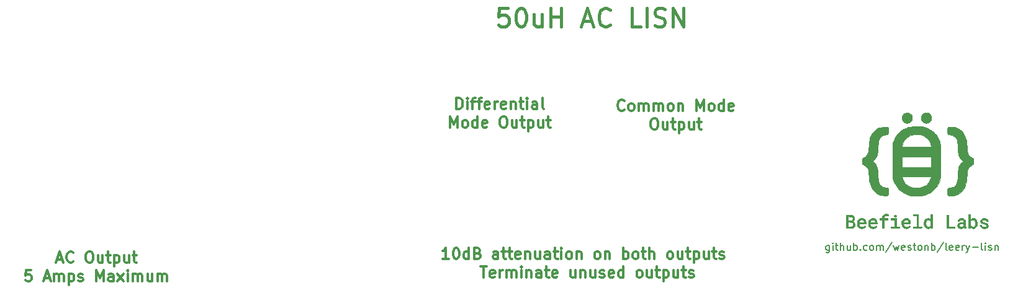
<source format=gbr>
%TF.GenerationSoftware,KiCad,Pcbnew,5.1.10-88a1d61d58~90~ubuntu20.04.1*%
%TF.CreationDate,2021-08-16T21:10:36-07:00*%
%TF.ProjectId,front-panel,66726f6e-742d-4706-916e-656c2e6b6963,rev?*%
%TF.SameCoordinates,Original*%
%TF.FileFunction,Legend,Top*%
%TF.FilePolarity,Positive*%
%FSLAX46Y46*%
G04 Gerber Fmt 4.6, Leading zero omitted, Abs format (unit mm)*
G04 Created by KiCad (PCBNEW 5.1.10-88a1d61d58~90~ubuntu20.04.1) date 2021-08-16 21:10:36*
%MOMM*%
%LPD*%
G01*
G04 APERTURE LIST*
%ADD10C,0.400000*%
%ADD11C,0.150000*%
%ADD12C,0.300000*%
%ADD13C,0.010000*%
G04 APERTURE END LIST*
D10*
X132630952Y-64380952D02*
X131440476Y-64380952D01*
X131321428Y-65571428D01*
X131440476Y-65452380D01*
X131678571Y-65333333D01*
X132273809Y-65333333D01*
X132511904Y-65452380D01*
X132630952Y-65571428D01*
X132750000Y-65809523D01*
X132750000Y-66404761D01*
X132630952Y-66642857D01*
X132511904Y-66761904D01*
X132273809Y-66880952D01*
X131678571Y-66880952D01*
X131440476Y-66761904D01*
X131321428Y-66642857D01*
X134297619Y-64380952D02*
X134535714Y-64380952D01*
X134773809Y-64500000D01*
X134892857Y-64619047D01*
X135011904Y-64857142D01*
X135130952Y-65333333D01*
X135130952Y-65928571D01*
X135011904Y-66404761D01*
X134892857Y-66642857D01*
X134773809Y-66761904D01*
X134535714Y-66880952D01*
X134297619Y-66880952D01*
X134059523Y-66761904D01*
X133940476Y-66642857D01*
X133821428Y-66404761D01*
X133702380Y-65928571D01*
X133702380Y-65333333D01*
X133821428Y-64857142D01*
X133940476Y-64619047D01*
X134059523Y-64500000D01*
X134297619Y-64380952D01*
X137273809Y-65214285D02*
X137273809Y-66880952D01*
X136202380Y-65214285D02*
X136202380Y-66523809D01*
X136321428Y-66761904D01*
X136559523Y-66880952D01*
X136916666Y-66880952D01*
X137154761Y-66761904D01*
X137273809Y-66642857D01*
X138464285Y-66880952D02*
X138464285Y-64380952D01*
X138464285Y-65571428D02*
X139892857Y-65571428D01*
X139892857Y-66880952D02*
X139892857Y-64380952D01*
X142869047Y-66166666D02*
X144059523Y-66166666D01*
X142630952Y-66880952D02*
X143464285Y-64380952D01*
X144297619Y-66880952D01*
X146559523Y-66642857D02*
X146440476Y-66761904D01*
X146083333Y-66880952D01*
X145845238Y-66880952D01*
X145488095Y-66761904D01*
X145250000Y-66523809D01*
X145130952Y-66285714D01*
X145011904Y-65809523D01*
X145011904Y-65452380D01*
X145130952Y-64976190D01*
X145250000Y-64738095D01*
X145488095Y-64500000D01*
X145845238Y-64380952D01*
X146083333Y-64380952D01*
X146440476Y-64500000D01*
X146559523Y-64619047D01*
X150726190Y-66880952D02*
X149535714Y-66880952D01*
X149535714Y-64380952D01*
X151559523Y-66880952D02*
X151559523Y-64380952D01*
X152630952Y-66761904D02*
X152988095Y-66880952D01*
X153583333Y-66880952D01*
X153821428Y-66761904D01*
X153940476Y-66642857D01*
X154059523Y-66404761D01*
X154059523Y-66166666D01*
X153940476Y-65928571D01*
X153821428Y-65809523D01*
X153583333Y-65690476D01*
X153107142Y-65571428D01*
X152869047Y-65452380D01*
X152750000Y-65333333D01*
X152630952Y-65095238D01*
X152630952Y-64857142D01*
X152750000Y-64619047D01*
X152869047Y-64500000D01*
X153107142Y-64380952D01*
X153702380Y-64380952D01*
X154059523Y-64500000D01*
X155130952Y-66880952D02*
X155130952Y-64380952D01*
X156559523Y-66880952D01*
X156559523Y-64380952D01*
D11*
X176464285Y-96785714D02*
X176464285Y-97595238D01*
X176416666Y-97690476D01*
X176369047Y-97738095D01*
X176273809Y-97785714D01*
X176130952Y-97785714D01*
X176035714Y-97738095D01*
X176464285Y-97404761D02*
X176369047Y-97452380D01*
X176178571Y-97452380D01*
X176083333Y-97404761D01*
X176035714Y-97357142D01*
X175988095Y-97261904D01*
X175988095Y-96976190D01*
X176035714Y-96880952D01*
X176083333Y-96833333D01*
X176178571Y-96785714D01*
X176369047Y-96785714D01*
X176464285Y-96833333D01*
X176940476Y-97452380D02*
X176940476Y-96785714D01*
X176940476Y-96452380D02*
X176892857Y-96500000D01*
X176940476Y-96547619D01*
X176988095Y-96500000D01*
X176940476Y-96452380D01*
X176940476Y-96547619D01*
X177273809Y-96785714D02*
X177654761Y-96785714D01*
X177416666Y-96452380D02*
X177416666Y-97309523D01*
X177464285Y-97404761D01*
X177559523Y-97452380D01*
X177654761Y-97452380D01*
X177988095Y-97452380D02*
X177988095Y-96452380D01*
X178416666Y-97452380D02*
X178416666Y-96928571D01*
X178369047Y-96833333D01*
X178273809Y-96785714D01*
X178130952Y-96785714D01*
X178035714Y-96833333D01*
X177988095Y-96880952D01*
X179321428Y-96785714D02*
X179321428Y-97452380D01*
X178892857Y-96785714D02*
X178892857Y-97309523D01*
X178940476Y-97404761D01*
X179035714Y-97452380D01*
X179178571Y-97452380D01*
X179273809Y-97404761D01*
X179321428Y-97357142D01*
X179797619Y-97452380D02*
X179797619Y-96452380D01*
X179797619Y-96833333D02*
X179892857Y-96785714D01*
X180083333Y-96785714D01*
X180178571Y-96833333D01*
X180226190Y-96880952D01*
X180273809Y-96976190D01*
X180273809Y-97261904D01*
X180226190Y-97357142D01*
X180178571Y-97404761D01*
X180083333Y-97452380D01*
X179892857Y-97452380D01*
X179797619Y-97404761D01*
X180702380Y-97357142D02*
X180750000Y-97404761D01*
X180702380Y-97452380D01*
X180654761Y-97404761D01*
X180702380Y-97357142D01*
X180702380Y-97452380D01*
X181607142Y-97404761D02*
X181511904Y-97452380D01*
X181321428Y-97452380D01*
X181226190Y-97404761D01*
X181178571Y-97357142D01*
X181130952Y-97261904D01*
X181130952Y-96976190D01*
X181178571Y-96880952D01*
X181226190Y-96833333D01*
X181321428Y-96785714D01*
X181511904Y-96785714D01*
X181607142Y-96833333D01*
X182178571Y-97452380D02*
X182083333Y-97404761D01*
X182035714Y-97357142D01*
X181988095Y-97261904D01*
X181988095Y-96976190D01*
X182035714Y-96880952D01*
X182083333Y-96833333D01*
X182178571Y-96785714D01*
X182321428Y-96785714D01*
X182416666Y-96833333D01*
X182464285Y-96880952D01*
X182511904Y-96976190D01*
X182511904Y-97261904D01*
X182464285Y-97357142D01*
X182416666Y-97404761D01*
X182321428Y-97452380D01*
X182178571Y-97452380D01*
X182940476Y-97452380D02*
X182940476Y-96785714D01*
X182940476Y-96880952D02*
X182988095Y-96833333D01*
X183083333Y-96785714D01*
X183226190Y-96785714D01*
X183321428Y-96833333D01*
X183369047Y-96928571D01*
X183369047Y-97452380D01*
X183369047Y-96928571D02*
X183416666Y-96833333D01*
X183511904Y-96785714D01*
X183654761Y-96785714D01*
X183750000Y-96833333D01*
X183797619Y-96928571D01*
X183797619Y-97452380D01*
X184988095Y-96404761D02*
X184130952Y-97690476D01*
X185226190Y-96785714D02*
X185416666Y-97452380D01*
X185607142Y-96976190D01*
X185797619Y-97452380D01*
X185988095Y-96785714D01*
X186750000Y-97404761D02*
X186654761Y-97452380D01*
X186464285Y-97452380D01*
X186369047Y-97404761D01*
X186321428Y-97309523D01*
X186321428Y-96928571D01*
X186369047Y-96833333D01*
X186464285Y-96785714D01*
X186654761Y-96785714D01*
X186750000Y-96833333D01*
X186797619Y-96928571D01*
X186797619Y-97023809D01*
X186321428Y-97119047D01*
X187178571Y-97404761D02*
X187273809Y-97452380D01*
X187464285Y-97452380D01*
X187559523Y-97404761D01*
X187607142Y-97309523D01*
X187607142Y-97261904D01*
X187559523Y-97166666D01*
X187464285Y-97119047D01*
X187321428Y-97119047D01*
X187226190Y-97071428D01*
X187178571Y-96976190D01*
X187178571Y-96928571D01*
X187226190Y-96833333D01*
X187321428Y-96785714D01*
X187464285Y-96785714D01*
X187559523Y-96833333D01*
X187892857Y-96785714D02*
X188273809Y-96785714D01*
X188035714Y-96452380D02*
X188035714Y-97309523D01*
X188083333Y-97404761D01*
X188178571Y-97452380D01*
X188273809Y-97452380D01*
X188750000Y-97452380D02*
X188654761Y-97404761D01*
X188607142Y-97357142D01*
X188559523Y-97261904D01*
X188559523Y-96976190D01*
X188607142Y-96880952D01*
X188654761Y-96833333D01*
X188750000Y-96785714D01*
X188892857Y-96785714D01*
X188988095Y-96833333D01*
X189035714Y-96880952D01*
X189083333Y-96976190D01*
X189083333Y-97261904D01*
X189035714Y-97357142D01*
X188988095Y-97404761D01*
X188892857Y-97452380D01*
X188750000Y-97452380D01*
X189511904Y-96785714D02*
X189511904Y-97452380D01*
X189511904Y-96880952D02*
X189559523Y-96833333D01*
X189654761Y-96785714D01*
X189797619Y-96785714D01*
X189892857Y-96833333D01*
X189940476Y-96928571D01*
X189940476Y-97452380D01*
X190416666Y-97452380D02*
X190416666Y-96452380D01*
X190416666Y-96833333D02*
X190511904Y-96785714D01*
X190702380Y-96785714D01*
X190797619Y-96833333D01*
X190845238Y-96880952D01*
X190892857Y-96976190D01*
X190892857Y-97261904D01*
X190845238Y-97357142D01*
X190797619Y-97404761D01*
X190702380Y-97452380D01*
X190511904Y-97452380D01*
X190416666Y-97404761D01*
X192035714Y-96404761D02*
X191178571Y-97690476D01*
X192511904Y-97452380D02*
X192416666Y-97404761D01*
X192369047Y-97309523D01*
X192369047Y-96452380D01*
X193273809Y-97404761D02*
X193178571Y-97452380D01*
X192988095Y-97452380D01*
X192892857Y-97404761D01*
X192845238Y-97309523D01*
X192845238Y-96928571D01*
X192892857Y-96833333D01*
X192988095Y-96785714D01*
X193178571Y-96785714D01*
X193273809Y-96833333D01*
X193321428Y-96928571D01*
X193321428Y-97023809D01*
X192845238Y-97119047D01*
X194130952Y-97404761D02*
X194035714Y-97452380D01*
X193845238Y-97452380D01*
X193750000Y-97404761D01*
X193702380Y-97309523D01*
X193702380Y-96928571D01*
X193750000Y-96833333D01*
X193845238Y-96785714D01*
X194035714Y-96785714D01*
X194130952Y-96833333D01*
X194178571Y-96928571D01*
X194178571Y-97023809D01*
X193702380Y-97119047D01*
X194607142Y-97452380D02*
X194607142Y-96785714D01*
X194607142Y-96976190D02*
X194654761Y-96880952D01*
X194702380Y-96833333D01*
X194797619Y-96785714D01*
X194892857Y-96785714D01*
X195130952Y-96785714D02*
X195369047Y-97452380D01*
X195607142Y-96785714D02*
X195369047Y-97452380D01*
X195273809Y-97690476D01*
X195226190Y-97738095D01*
X195130952Y-97785714D01*
X195988095Y-97071428D02*
X196750000Y-97071428D01*
X197369047Y-97452380D02*
X197273809Y-97404761D01*
X197226190Y-97309523D01*
X197226190Y-96452380D01*
X197750000Y-97452380D02*
X197750000Y-96785714D01*
X197750000Y-96452380D02*
X197702380Y-96500000D01*
X197750000Y-96547619D01*
X197797619Y-96500000D01*
X197750000Y-96452380D01*
X197750000Y-96547619D01*
X198178571Y-97404761D02*
X198273809Y-97452380D01*
X198464285Y-97452380D01*
X198559523Y-97404761D01*
X198607142Y-97309523D01*
X198607142Y-97261904D01*
X198559523Y-97166666D01*
X198464285Y-97119047D01*
X198321428Y-97119047D01*
X198226190Y-97071428D01*
X198178571Y-96976190D01*
X198178571Y-96928571D01*
X198226190Y-96833333D01*
X198321428Y-96785714D01*
X198464285Y-96785714D01*
X198559523Y-96833333D01*
X199035714Y-96785714D02*
X199035714Y-97452380D01*
X199035714Y-96880952D02*
X199083333Y-96833333D01*
X199178571Y-96785714D01*
X199321428Y-96785714D01*
X199416666Y-96833333D01*
X199464285Y-96928571D01*
X199464285Y-97452380D01*
D12*
X71142857Y-98725000D02*
X71857142Y-98725000D01*
X71000000Y-99153571D02*
X71500000Y-97653571D01*
X72000000Y-99153571D01*
X73357142Y-99010714D02*
X73285714Y-99082142D01*
X73071428Y-99153571D01*
X72928571Y-99153571D01*
X72714285Y-99082142D01*
X72571428Y-98939285D01*
X72500000Y-98796428D01*
X72428571Y-98510714D01*
X72428571Y-98296428D01*
X72500000Y-98010714D01*
X72571428Y-97867857D01*
X72714285Y-97725000D01*
X72928571Y-97653571D01*
X73071428Y-97653571D01*
X73285714Y-97725000D01*
X73357142Y-97796428D01*
X75428571Y-97653571D02*
X75714285Y-97653571D01*
X75857142Y-97725000D01*
X76000000Y-97867857D01*
X76071428Y-98153571D01*
X76071428Y-98653571D01*
X76000000Y-98939285D01*
X75857142Y-99082142D01*
X75714285Y-99153571D01*
X75428571Y-99153571D01*
X75285714Y-99082142D01*
X75142857Y-98939285D01*
X75071428Y-98653571D01*
X75071428Y-98153571D01*
X75142857Y-97867857D01*
X75285714Y-97725000D01*
X75428571Y-97653571D01*
X77357142Y-98153571D02*
X77357142Y-99153571D01*
X76714285Y-98153571D02*
X76714285Y-98939285D01*
X76785714Y-99082142D01*
X76928571Y-99153571D01*
X77142857Y-99153571D01*
X77285714Y-99082142D01*
X77357142Y-99010714D01*
X77857142Y-98153571D02*
X78428571Y-98153571D01*
X78071428Y-97653571D02*
X78071428Y-98939285D01*
X78142857Y-99082142D01*
X78285714Y-99153571D01*
X78428571Y-99153571D01*
X78928571Y-98153571D02*
X78928571Y-99653571D01*
X78928571Y-98225000D02*
X79071428Y-98153571D01*
X79357142Y-98153571D01*
X79500000Y-98225000D01*
X79571428Y-98296428D01*
X79642857Y-98439285D01*
X79642857Y-98867857D01*
X79571428Y-99010714D01*
X79500000Y-99082142D01*
X79357142Y-99153571D01*
X79071428Y-99153571D01*
X78928571Y-99082142D01*
X80928571Y-98153571D02*
X80928571Y-99153571D01*
X80285714Y-98153571D02*
X80285714Y-98939285D01*
X80357142Y-99082142D01*
X80500000Y-99153571D01*
X80714285Y-99153571D01*
X80857142Y-99082142D01*
X80928571Y-99010714D01*
X81428571Y-98153571D02*
X82000000Y-98153571D01*
X81642857Y-97653571D02*
X81642857Y-98939285D01*
X81714285Y-99082142D01*
X81857142Y-99153571D01*
X82000000Y-99153571D01*
X67607142Y-100203571D02*
X66892857Y-100203571D01*
X66821428Y-100917857D01*
X66892857Y-100846428D01*
X67035714Y-100775000D01*
X67392857Y-100775000D01*
X67535714Y-100846428D01*
X67607142Y-100917857D01*
X67678571Y-101060714D01*
X67678571Y-101417857D01*
X67607142Y-101560714D01*
X67535714Y-101632142D01*
X67392857Y-101703571D01*
X67035714Y-101703571D01*
X66892857Y-101632142D01*
X66821428Y-101560714D01*
X69392857Y-101275000D02*
X70107142Y-101275000D01*
X69250000Y-101703571D02*
X69750000Y-100203571D01*
X70250000Y-101703571D01*
X70750000Y-101703571D02*
X70750000Y-100703571D01*
X70750000Y-100846428D02*
X70821428Y-100775000D01*
X70964285Y-100703571D01*
X71178571Y-100703571D01*
X71321428Y-100775000D01*
X71392857Y-100917857D01*
X71392857Y-101703571D01*
X71392857Y-100917857D02*
X71464285Y-100775000D01*
X71607142Y-100703571D01*
X71821428Y-100703571D01*
X71964285Y-100775000D01*
X72035714Y-100917857D01*
X72035714Y-101703571D01*
X72750000Y-100703571D02*
X72750000Y-102203571D01*
X72750000Y-100775000D02*
X72892857Y-100703571D01*
X73178571Y-100703571D01*
X73321428Y-100775000D01*
X73392857Y-100846428D01*
X73464285Y-100989285D01*
X73464285Y-101417857D01*
X73392857Y-101560714D01*
X73321428Y-101632142D01*
X73178571Y-101703571D01*
X72892857Y-101703571D01*
X72750000Y-101632142D01*
X74035714Y-101632142D02*
X74178571Y-101703571D01*
X74464285Y-101703571D01*
X74607142Y-101632142D01*
X74678571Y-101489285D01*
X74678571Y-101417857D01*
X74607142Y-101275000D01*
X74464285Y-101203571D01*
X74250000Y-101203571D01*
X74107142Y-101132142D01*
X74035714Y-100989285D01*
X74035714Y-100917857D01*
X74107142Y-100775000D01*
X74250000Y-100703571D01*
X74464285Y-100703571D01*
X74607142Y-100775000D01*
X76464285Y-101703571D02*
X76464285Y-100203571D01*
X76964285Y-101275000D01*
X77464285Y-100203571D01*
X77464285Y-101703571D01*
X78821428Y-101703571D02*
X78821428Y-100917857D01*
X78750000Y-100775000D01*
X78607142Y-100703571D01*
X78321428Y-100703571D01*
X78178571Y-100775000D01*
X78821428Y-101632142D02*
X78678571Y-101703571D01*
X78321428Y-101703571D01*
X78178571Y-101632142D01*
X78107142Y-101489285D01*
X78107142Y-101346428D01*
X78178571Y-101203571D01*
X78321428Y-101132142D01*
X78678571Y-101132142D01*
X78821428Y-101060714D01*
X79392857Y-101703571D02*
X80178571Y-100703571D01*
X79392857Y-100703571D02*
X80178571Y-101703571D01*
X80750000Y-101703571D02*
X80750000Y-100703571D01*
X80750000Y-100203571D02*
X80678571Y-100275000D01*
X80750000Y-100346428D01*
X80821428Y-100275000D01*
X80750000Y-100203571D01*
X80750000Y-100346428D01*
X81464285Y-101703571D02*
X81464285Y-100703571D01*
X81464285Y-100846428D02*
X81535714Y-100775000D01*
X81678571Y-100703571D01*
X81892857Y-100703571D01*
X82035714Y-100775000D01*
X82107142Y-100917857D01*
X82107142Y-101703571D01*
X82107142Y-100917857D02*
X82178571Y-100775000D01*
X82321428Y-100703571D01*
X82535714Y-100703571D01*
X82678571Y-100775000D01*
X82750000Y-100917857D01*
X82750000Y-101703571D01*
X84107142Y-100703571D02*
X84107142Y-101703571D01*
X83464285Y-100703571D02*
X83464285Y-101489285D01*
X83535714Y-101632142D01*
X83678571Y-101703571D01*
X83892857Y-101703571D01*
X84035714Y-101632142D01*
X84107142Y-101560714D01*
X84821428Y-101703571D02*
X84821428Y-100703571D01*
X84821428Y-100846428D02*
X84892857Y-100775000D01*
X85035714Y-100703571D01*
X85250000Y-100703571D01*
X85392857Y-100775000D01*
X85464285Y-100917857D01*
X85464285Y-101703571D01*
X85464285Y-100917857D02*
X85535714Y-100775000D01*
X85678571Y-100703571D01*
X85892857Y-100703571D01*
X86035714Y-100775000D01*
X86107142Y-100917857D01*
X86107142Y-101703571D01*
X124571428Y-98653571D02*
X123714285Y-98653571D01*
X124142857Y-98653571D02*
X124142857Y-97153571D01*
X123999999Y-97367857D01*
X123857142Y-97510714D01*
X123714285Y-97582142D01*
X125499999Y-97153571D02*
X125642857Y-97153571D01*
X125785714Y-97225000D01*
X125857142Y-97296428D01*
X125928571Y-97439285D01*
X125999999Y-97725000D01*
X125999999Y-98082142D01*
X125928571Y-98367857D01*
X125857142Y-98510714D01*
X125785714Y-98582142D01*
X125642857Y-98653571D01*
X125499999Y-98653571D01*
X125357142Y-98582142D01*
X125285714Y-98510714D01*
X125214285Y-98367857D01*
X125142857Y-98082142D01*
X125142857Y-97725000D01*
X125214285Y-97439285D01*
X125285714Y-97296428D01*
X125357142Y-97225000D01*
X125499999Y-97153571D01*
X127285714Y-98653571D02*
X127285714Y-97153571D01*
X127285714Y-98582142D02*
X127142857Y-98653571D01*
X126857142Y-98653571D01*
X126714285Y-98582142D01*
X126642857Y-98510714D01*
X126571428Y-98367857D01*
X126571428Y-97939285D01*
X126642857Y-97796428D01*
X126714285Y-97725000D01*
X126857142Y-97653571D01*
X127142857Y-97653571D01*
X127285714Y-97725000D01*
X128499999Y-97867857D02*
X128714285Y-97939285D01*
X128785714Y-98010714D01*
X128857142Y-98153571D01*
X128857142Y-98367857D01*
X128785714Y-98510714D01*
X128714285Y-98582142D01*
X128571428Y-98653571D01*
X127999999Y-98653571D01*
X127999999Y-97153571D01*
X128499999Y-97153571D01*
X128642857Y-97225000D01*
X128714285Y-97296428D01*
X128785714Y-97439285D01*
X128785714Y-97582142D01*
X128714285Y-97725000D01*
X128642857Y-97796428D01*
X128499999Y-97867857D01*
X127999999Y-97867857D01*
X131285714Y-98653571D02*
X131285714Y-97867857D01*
X131214285Y-97725000D01*
X131071428Y-97653571D01*
X130785714Y-97653571D01*
X130642857Y-97725000D01*
X131285714Y-98582142D02*
X131142857Y-98653571D01*
X130785714Y-98653571D01*
X130642857Y-98582142D01*
X130571428Y-98439285D01*
X130571428Y-98296428D01*
X130642857Y-98153571D01*
X130785714Y-98082142D01*
X131142857Y-98082142D01*
X131285714Y-98010714D01*
X131785714Y-97653571D02*
X132357142Y-97653571D01*
X131999999Y-97153571D02*
X131999999Y-98439285D01*
X132071428Y-98582142D01*
X132214285Y-98653571D01*
X132357142Y-98653571D01*
X132642857Y-97653571D02*
X133214285Y-97653571D01*
X132857142Y-97153571D02*
X132857142Y-98439285D01*
X132928571Y-98582142D01*
X133071428Y-98653571D01*
X133214285Y-98653571D01*
X134285714Y-98582142D02*
X134142857Y-98653571D01*
X133857142Y-98653571D01*
X133714285Y-98582142D01*
X133642857Y-98439285D01*
X133642857Y-97867857D01*
X133714285Y-97725000D01*
X133857142Y-97653571D01*
X134142857Y-97653571D01*
X134285714Y-97725000D01*
X134357142Y-97867857D01*
X134357142Y-98010714D01*
X133642857Y-98153571D01*
X135000000Y-97653571D02*
X135000000Y-98653571D01*
X135000000Y-97796428D02*
X135071428Y-97725000D01*
X135214285Y-97653571D01*
X135428571Y-97653571D01*
X135571428Y-97725000D01*
X135642857Y-97867857D01*
X135642857Y-98653571D01*
X137000000Y-97653571D02*
X137000000Y-98653571D01*
X136357142Y-97653571D02*
X136357142Y-98439285D01*
X136428571Y-98582142D01*
X136571428Y-98653571D01*
X136785714Y-98653571D01*
X136928571Y-98582142D01*
X137000000Y-98510714D01*
X138357142Y-98653571D02*
X138357142Y-97867857D01*
X138285714Y-97725000D01*
X138142857Y-97653571D01*
X137857142Y-97653571D01*
X137714285Y-97725000D01*
X138357142Y-98582142D02*
X138214285Y-98653571D01*
X137857142Y-98653571D01*
X137714285Y-98582142D01*
X137642857Y-98439285D01*
X137642857Y-98296428D01*
X137714285Y-98153571D01*
X137857142Y-98082142D01*
X138214285Y-98082142D01*
X138357142Y-98010714D01*
X138857142Y-97653571D02*
X139428571Y-97653571D01*
X139071428Y-97153571D02*
X139071428Y-98439285D01*
X139142857Y-98582142D01*
X139285714Y-98653571D01*
X139428571Y-98653571D01*
X139928571Y-98653571D02*
X139928571Y-97653571D01*
X139928571Y-97153571D02*
X139857142Y-97225000D01*
X139928571Y-97296428D01*
X140000000Y-97225000D01*
X139928571Y-97153571D01*
X139928571Y-97296428D01*
X140857142Y-98653571D02*
X140714285Y-98582142D01*
X140642857Y-98510714D01*
X140571428Y-98367857D01*
X140571428Y-97939285D01*
X140642857Y-97796428D01*
X140714285Y-97725000D01*
X140857142Y-97653571D01*
X141071428Y-97653571D01*
X141214285Y-97725000D01*
X141285714Y-97796428D01*
X141357142Y-97939285D01*
X141357142Y-98367857D01*
X141285714Y-98510714D01*
X141214285Y-98582142D01*
X141071428Y-98653571D01*
X140857142Y-98653571D01*
X142000000Y-97653571D02*
X142000000Y-98653571D01*
X142000000Y-97796428D02*
X142071428Y-97725000D01*
X142214285Y-97653571D01*
X142428571Y-97653571D01*
X142571428Y-97725000D01*
X142642857Y-97867857D01*
X142642857Y-98653571D01*
X144714285Y-98653571D02*
X144571428Y-98582142D01*
X144500000Y-98510714D01*
X144428571Y-98367857D01*
X144428571Y-97939285D01*
X144500000Y-97796428D01*
X144571428Y-97725000D01*
X144714285Y-97653571D01*
X144928571Y-97653571D01*
X145071428Y-97725000D01*
X145142857Y-97796428D01*
X145214285Y-97939285D01*
X145214285Y-98367857D01*
X145142857Y-98510714D01*
X145071428Y-98582142D01*
X144928571Y-98653571D01*
X144714285Y-98653571D01*
X145857142Y-97653571D02*
X145857142Y-98653571D01*
X145857142Y-97796428D02*
X145928571Y-97725000D01*
X146071428Y-97653571D01*
X146285714Y-97653571D01*
X146428571Y-97725000D01*
X146500000Y-97867857D01*
X146500000Y-98653571D01*
X148357142Y-98653571D02*
X148357142Y-97153571D01*
X148357142Y-97725000D02*
X148500000Y-97653571D01*
X148785714Y-97653571D01*
X148928571Y-97725000D01*
X149000000Y-97796428D01*
X149071428Y-97939285D01*
X149071428Y-98367857D01*
X149000000Y-98510714D01*
X148928571Y-98582142D01*
X148785714Y-98653571D01*
X148500000Y-98653571D01*
X148357142Y-98582142D01*
X149928571Y-98653571D02*
X149785714Y-98582142D01*
X149714285Y-98510714D01*
X149642857Y-98367857D01*
X149642857Y-97939285D01*
X149714285Y-97796428D01*
X149785714Y-97725000D01*
X149928571Y-97653571D01*
X150142857Y-97653571D01*
X150285714Y-97725000D01*
X150357142Y-97796428D01*
X150428571Y-97939285D01*
X150428571Y-98367857D01*
X150357142Y-98510714D01*
X150285714Y-98582142D01*
X150142857Y-98653571D01*
X149928571Y-98653571D01*
X150857142Y-97653571D02*
X151428571Y-97653571D01*
X151071428Y-97153571D02*
X151071428Y-98439285D01*
X151142857Y-98582142D01*
X151285714Y-98653571D01*
X151428571Y-98653571D01*
X151928571Y-98653571D02*
X151928571Y-97153571D01*
X152571428Y-98653571D02*
X152571428Y-97867857D01*
X152500000Y-97725000D01*
X152357142Y-97653571D01*
X152142857Y-97653571D01*
X152000000Y-97725000D01*
X151928571Y-97796428D01*
X154642857Y-98653571D02*
X154500000Y-98582142D01*
X154428571Y-98510714D01*
X154357142Y-98367857D01*
X154357142Y-97939285D01*
X154428571Y-97796428D01*
X154500000Y-97725000D01*
X154642857Y-97653571D01*
X154857142Y-97653571D01*
X155000000Y-97725000D01*
X155071428Y-97796428D01*
X155142857Y-97939285D01*
X155142857Y-98367857D01*
X155071428Y-98510714D01*
X155000000Y-98582142D01*
X154857142Y-98653571D01*
X154642857Y-98653571D01*
X156428571Y-97653571D02*
X156428571Y-98653571D01*
X155785714Y-97653571D02*
X155785714Y-98439285D01*
X155857142Y-98582142D01*
X156000000Y-98653571D01*
X156214285Y-98653571D01*
X156357142Y-98582142D01*
X156428571Y-98510714D01*
X156928571Y-97653571D02*
X157500000Y-97653571D01*
X157142857Y-97153571D02*
X157142857Y-98439285D01*
X157214285Y-98582142D01*
X157357142Y-98653571D01*
X157500000Y-98653571D01*
X158000000Y-97653571D02*
X158000000Y-99153571D01*
X158000000Y-97725000D02*
X158142857Y-97653571D01*
X158428571Y-97653571D01*
X158571428Y-97725000D01*
X158642857Y-97796428D01*
X158714285Y-97939285D01*
X158714285Y-98367857D01*
X158642857Y-98510714D01*
X158571428Y-98582142D01*
X158428571Y-98653571D01*
X158142857Y-98653571D01*
X158000000Y-98582142D01*
X160000000Y-97653571D02*
X160000000Y-98653571D01*
X159357142Y-97653571D02*
X159357142Y-98439285D01*
X159428571Y-98582142D01*
X159571428Y-98653571D01*
X159785714Y-98653571D01*
X159928571Y-98582142D01*
X160000000Y-98510714D01*
X160500000Y-97653571D02*
X161071428Y-97653571D01*
X160714285Y-97153571D02*
X160714285Y-98439285D01*
X160785714Y-98582142D01*
X160928571Y-98653571D01*
X161071428Y-98653571D01*
X161500000Y-98582142D02*
X161642857Y-98653571D01*
X161928571Y-98653571D01*
X162071428Y-98582142D01*
X162142857Y-98439285D01*
X162142857Y-98367857D01*
X162071428Y-98225000D01*
X161928571Y-98153571D01*
X161714285Y-98153571D01*
X161571428Y-98082142D01*
X161500000Y-97939285D01*
X161500000Y-97867857D01*
X161571428Y-97725000D01*
X161714285Y-97653571D01*
X161928571Y-97653571D01*
X162071428Y-97725000D01*
X128892857Y-99703571D02*
X129750000Y-99703571D01*
X129321428Y-101203571D02*
X129321428Y-99703571D01*
X130821428Y-101132142D02*
X130678571Y-101203571D01*
X130392857Y-101203571D01*
X130250000Y-101132142D01*
X130178571Y-100989285D01*
X130178571Y-100417857D01*
X130250000Y-100275000D01*
X130392857Y-100203571D01*
X130678571Y-100203571D01*
X130821428Y-100275000D01*
X130892857Y-100417857D01*
X130892857Y-100560714D01*
X130178571Y-100703571D01*
X131535714Y-101203571D02*
X131535714Y-100203571D01*
X131535714Y-100489285D02*
X131607142Y-100346428D01*
X131678571Y-100275000D01*
X131821428Y-100203571D01*
X131964285Y-100203571D01*
X132464285Y-101203571D02*
X132464285Y-100203571D01*
X132464285Y-100346428D02*
X132535714Y-100275000D01*
X132678571Y-100203571D01*
X132892857Y-100203571D01*
X133035714Y-100275000D01*
X133107142Y-100417857D01*
X133107142Y-101203571D01*
X133107142Y-100417857D02*
X133178571Y-100275000D01*
X133321428Y-100203571D01*
X133535714Y-100203571D01*
X133678571Y-100275000D01*
X133750000Y-100417857D01*
X133750000Y-101203571D01*
X134464285Y-101203571D02*
X134464285Y-100203571D01*
X134464285Y-99703571D02*
X134392857Y-99775000D01*
X134464285Y-99846428D01*
X134535714Y-99775000D01*
X134464285Y-99703571D01*
X134464285Y-99846428D01*
X135178571Y-100203571D02*
X135178571Y-101203571D01*
X135178571Y-100346428D02*
X135250000Y-100275000D01*
X135392857Y-100203571D01*
X135607142Y-100203571D01*
X135750000Y-100275000D01*
X135821428Y-100417857D01*
X135821428Y-101203571D01*
X137178571Y-101203571D02*
X137178571Y-100417857D01*
X137107142Y-100275000D01*
X136964285Y-100203571D01*
X136678571Y-100203571D01*
X136535714Y-100275000D01*
X137178571Y-101132142D02*
X137035714Y-101203571D01*
X136678571Y-101203571D01*
X136535714Y-101132142D01*
X136464285Y-100989285D01*
X136464285Y-100846428D01*
X136535714Y-100703571D01*
X136678571Y-100632142D01*
X137035714Y-100632142D01*
X137178571Y-100560714D01*
X137678571Y-100203571D02*
X138250000Y-100203571D01*
X137892857Y-99703571D02*
X137892857Y-100989285D01*
X137964285Y-101132142D01*
X138107142Y-101203571D01*
X138250000Y-101203571D01*
X139321428Y-101132142D02*
X139178571Y-101203571D01*
X138892857Y-101203571D01*
X138750000Y-101132142D01*
X138678571Y-100989285D01*
X138678571Y-100417857D01*
X138750000Y-100275000D01*
X138892857Y-100203571D01*
X139178571Y-100203571D01*
X139321428Y-100275000D01*
X139392857Y-100417857D01*
X139392857Y-100560714D01*
X138678571Y-100703571D01*
X141821428Y-100203571D02*
X141821428Y-101203571D01*
X141178571Y-100203571D02*
X141178571Y-100989285D01*
X141250000Y-101132142D01*
X141392857Y-101203571D01*
X141607142Y-101203571D01*
X141750000Y-101132142D01*
X141821428Y-101060714D01*
X142535714Y-100203571D02*
X142535714Y-101203571D01*
X142535714Y-100346428D02*
X142607142Y-100275000D01*
X142750000Y-100203571D01*
X142964285Y-100203571D01*
X143107142Y-100275000D01*
X143178571Y-100417857D01*
X143178571Y-101203571D01*
X144535714Y-100203571D02*
X144535714Y-101203571D01*
X143892857Y-100203571D02*
X143892857Y-100989285D01*
X143964285Y-101132142D01*
X144107142Y-101203571D01*
X144321428Y-101203571D01*
X144464285Y-101132142D01*
X144535714Y-101060714D01*
X145178571Y-101132142D02*
X145321428Y-101203571D01*
X145607142Y-101203571D01*
X145750000Y-101132142D01*
X145821428Y-100989285D01*
X145821428Y-100917857D01*
X145750000Y-100775000D01*
X145607142Y-100703571D01*
X145392857Y-100703571D01*
X145250000Y-100632142D01*
X145178571Y-100489285D01*
X145178571Y-100417857D01*
X145250000Y-100275000D01*
X145392857Y-100203571D01*
X145607142Y-100203571D01*
X145750000Y-100275000D01*
X147035714Y-101132142D02*
X146892857Y-101203571D01*
X146607142Y-101203571D01*
X146464285Y-101132142D01*
X146392857Y-100989285D01*
X146392857Y-100417857D01*
X146464285Y-100275000D01*
X146607142Y-100203571D01*
X146892857Y-100203571D01*
X147035714Y-100275000D01*
X147107142Y-100417857D01*
X147107142Y-100560714D01*
X146392857Y-100703571D01*
X148392857Y-101203571D02*
X148392857Y-99703571D01*
X148392857Y-101132142D02*
X148250000Y-101203571D01*
X147964285Y-101203571D01*
X147821428Y-101132142D01*
X147750000Y-101060714D01*
X147678571Y-100917857D01*
X147678571Y-100489285D01*
X147750000Y-100346428D01*
X147821428Y-100275000D01*
X147964285Y-100203571D01*
X148250000Y-100203571D01*
X148392857Y-100275000D01*
X150464285Y-101203571D02*
X150321428Y-101132142D01*
X150250000Y-101060714D01*
X150178571Y-100917857D01*
X150178571Y-100489285D01*
X150250000Y-100346428D01*
X150321428Y-100275000D01*
X150464285Y-100203571D01*
X150678571Y-100203571D01*
X150821428Y-100275000D01*
X150892857Y-100346428D01*
X150964285Y-100489285D01*
X150964285Y-100917857D01*
X150892857Y-101060714D01*
X150821428Y-101132142D01*
X150678571Y-101203571D01*
X150464285Y-101203571D01*
X152250000Y-100203571D02*
X152250000Y-101203571D01*
X151607142Y-100203571D02*
X151607142Y-100989285D01*
X151678571Y-101132142D01*
X151821428Y-101203571D01*
X152035714Y-101203571D01*
X152178571Y-101132142D01*
X152250000Y-101060714D01*
X152750000Y-100203571D02*
X153321428Y-100203571D01*
X152964285Y-99703571D02*
X152964285Y-100989285D01*
X153035714Y-101132142D01*
X153178571Y-101203571D01*
X153321428Y-101203571D01*
X153821428Y-100203571D02*
X153821428Y-101703571D01*
X153821428Y-100275000D02*
X153964285Y-100203571D01*
X154250000Y-100203571D01*
X154392857Y-100275000D01*
X154464285Y-100346428D01*
X154535714Y-100489285D01*
X154535714Y-100917857D01*
X154464285Y-101060714D01*
X154392857Y-101132142D01*
X154250000Y-101203571D01*
X153964285Y-101203571D01*
X153821428Y-101132142D01*
X155821428Y-100203571D02*
X155821428Y-101203571D01*
X155178571Y-100203571D02*
X155178571Y-100989285D01*
X155250000Y-101132142D01*
X155392857Y-101203571D01*
X155607142Y-101203571D01*
X155750000Y-101132142D01*
X155821428Y-101060714D01*
X156321428Y-100203571D02*
X156892857Y-100203571D01*
X156535714Y-99703571D02*
X156535714Y-100989285D01*
X156607142Y-101132142D01*
X156750000Y-101203571D01*
X156892857Y-101203571D01*
X157321428Y-101132142D02*
X157464285Y-101203571D01*
X157750000Y-101203571D01*
X157892857Y-101132142D01*
X157964285Y-100989285D01*
X157964285Y-100917857D01*
X157892857Y-100775000D01*
X157750000Y-100703571D01*
X157535714Y-100703571D01*
X157392857Y-100632142D01*
X157321428Y-100489285D01*
X157321428Y-100417857D01*
X157392857Y-100275000D01*
X157535714Y-100203571D01*
X157750000Y-100203571D01*
X157892857Y-100275000D01*
X148499999Y-78260714D02*
X148428571Y-78332142D01*
X148214285Y-78403571D01*
X148071428Y-78403571D01*
X147857142Y-78332142D01*
X147714285Y-78189285D01*
X147642857Y-78046428D01*
X147571428Y-77760714D01*
X147571428Y-77546428D01*
X147642857Y-77260714D01*
X147714285Y-77117857D01*
X147857142Y-76975000D01*
X148071428Y-76903571D01*
X148214285Y-76903571D01*
X148428571Y-76975000D01*
X148499999Y-77046428D01*
X149357142Y-78403571D02*
X149214285Y-78332142D01*
X149142857Y-78260714D01*
X149071428Y-78117857D01*
X149071428Y-77689285D01*
X149142857Y-77546428D01*
X149214285Y-77475000D01*
X149357142Y-77403571D01*
X149571428Y-77403571D01*
X149714285Y-77475000D01*
X149785714Y-77546428D01*
X149857142Y-77689285D01*
X149857142Y-78117857D01*
X149785714Y-78260714D01*
X149714285Y-78332142D01*
X149571428Y-78403571D01*
X149357142Y-78403571D01*
X150499999Y-78403571D02*
X150499999Y-77403571D01*
X150499999Y-77546428D02*
X150571428Y-77475000D01*
X150714285Y-77403571D01*
X150928571Y-77403571D01*
X151071428Y-77475000D01*
X151142857Y-77617857D01*
X151142857Y-78403571D01*
X151142857Y-77617857D02*
X151214285Y-77475000D01*
X151357142Y-77403571D01*
X151571428Y-77403571D01*
X151714285Y-77475000D01*
X151785714Y-77617857D01*
X151785714Y-78403571D01*
X152499999Y-78403571D02*
X152499999Y-77403571D01*
X152499999Y-77546428D02*
X152571428Y-77475000D01*
X152714285Y-77403571D01*
X152928571Y-77403571D01*
X153071428Y-77475000D01*
X153142857Y-77617857D01*
X153142857Y-78403571D01*
X153142857Y-77617857D02*
X153214285Y-77475000D01*
X153357142Y-77403571D01*
X153571428Y-77403571D01*
X153714285Y-77475000D01*
X153785714Y-77617857D01*
X153785714Y-78403571D01*
X154714285Y-78403571D02*
X154571428Y-78332142D01*
X154499999Y-78260714D01*
X154428571Y-78117857D01*
X154428571Y-77689285D01*
X154499999Y-77546428D01*
X154571428Y-77475000D01*
X154714285Y-77403571D01*
X154928571Y-77403571D01*
X155071428Y-77475000D01*
X155142857Y-77546428D01*
X155214285Y-77689285D01*
X155214285Y-78117857D01*
X155142857Y-78260714D01*
X155071428Y-78332142D01*
X154928571Y-78403571D01*
X154714285Y-78403571D01*
X155857142Y-77403571D02*
X155857142Y-78403571D01*
X155857142Y-77546428D02*
X155928571Y-77475000D01*
X156071428Y-77403571D01*
X156285714Y-77403571D01*
X156428571Y-77475000D01*
X156499999Y-77617857D01*
X156499999Y-78403571D01*
X158357142Y-78403571D02*
X158357142Y-76903571D01*
X158857142Y-77975000D01*
X159357142Y-76903571D01*
X159357142Y-78403571D01*
X160285714Y-78403571D02*
X160142857Y-78332142D01*
X160071428Y-78260714D01*
X159999999Y-78117857D01*
X159999999Y-77689285D01*
X160071428Y-77546428D01*
X160142857Y-77475000D01*
X160285714Y-77403571D01*
X160499999Y-77403571D01*
X160642857Y-77475000D01*
X160714285Y-77546428D01*
X160785714Y-77689285D01*
X160785714Y-78117857D01*
X160714285Y-78260714D01*
X160642857Y-78332142D01*
X160499999Y-78403571D01*
X160285714Y-78403571D01*
X162071428Y-78403571D02*
X162071428Y-76903571D01*
X162071428Y-78332142D02*
X161928571Y-78403571D01*
X161642857Y-78403571D01*
X161499999Y-78332142D01*
X161428571Y-78260714D01*
X161357142Y-78117857D01*
X161357142Y-77689285D01*
X161428571Y-77546428D01*
X161499999Y-77475000D01*
X161642857Y-77403571D01*
X161928571Y-77403571D01*
X162071428Y-77475000D01*
X163357142Y-78332142D02*
X163214285Y-78403571D01*
X162928571Y-78403571D01*
X162785714Y-78332142D01*
X162714285Y-78189285D01*
X162714285Y-77617857D01*
X162785714Y-77475000D01*
X162928571Y-77403571D01*
X163214285Y-77403571D01*
X163357142Y-77475000D01*
X163428571Y-77617857D01*
X163428571Y-77760714D01*
X162714285Y-77903571D01*
X152464285Y-79453571D02*
X152750000Y-79453571D01*
X152892857Y-79525000D01*
X153035714Y-79667857D01*
X153107142Y-79953571D01*
X153107142Y-80453571D01*
X153035714Y-80739285D01*
X152892857Y-80882142D01*
X152750000Y-80953571D01*
X152464285Y-80953571D01*
X152321428Y-80882142D01*
X152178571Y-80739285D01*
X152107142Y-80453571D01*
X152107142Y-79953571D01*
X152178571Y-79667857D01*
X152321428Y-79525000D01*
X152464285Y-79453571D01*
X154392857Y-79953571D02*
X154392857Y-80953571D01*
X153750000Y-79953571D02*
X153750000Y-80739285D01*
X153821428Y-80882142D01*
X153964285Y-80953571D01*
X154178571Y-80953571D01*
X154321428Y-80882142D01*
X154392857Y-80810714D01*
X154892857Y-79953571D02*
X155464285Y-79953571D01*
X155107142Y-79453571D02*
X155107142Y-80739285D01*
X155178571Y-80882142D01*
X155321428Y-80953571D01*
X155464285Y-80953571D01*
X155964285Y-79953571D02*
X155964285Y-81453571D01*
X155964285Y-80025000D02*
X156107142Y-79953571D01*
X156392857Y-79953571D01*
X156535714Y-80025000D01*
X156607142Y-80096428D01*
X156678571Y-80239285D01*
X156678571Y-80667857D01*
X156607142Y-80810714D01*
X156535714Y-80882142D01*
X156392857Y-80953571D01*
X156107142Y-80953571D01*
X155964285Y-80882142D01*
X157964285Y-79953571D02*
X157964285Y-80953571D01*
X157321428Y-79953571D02*
X157321428Y-80739285D01*
X157392857Y-80882142D01*
X157535714Y-80953571D01*
X157750000Y-80953571D01*
X157892857Y-80882142D01*
X157964285Y-80810714D01*
X158464285Y-79953571D02*
X159035714Y-79953571D01*
X158678571Y-79453571D02*
X158678571Y-80739285D01*
X158750000Y-80882142D01*
X158892857Y-80953571D01*
X159035714Y-80953571D01*
X125607142Y-78153571D02*
X125607142Y-76653571D01*
X125964285Y-76653571D01*
X126178571Y-76725000D01*
X126321428Y-76867857D01*
X126392857Y-77010714D01*
X126464285Y-77296428D01*
X126464285Y-77510714D01*
X126392857Y-77796428D01*
X126321428Y-77939285D01*
X126178571Y-78082142D01*
X125964285Y-78153571D01*
X125607142Y-78153571D01*
X127107142Y-78153571D02*
X127107142Y-77153571D01*
X127107142Y-76653571D02*
X127035714Y-76725000D01*
X127107142Y-76796428D01*
X127178571Y-76725000D01*
X127107142Y-76653571D01*
X127107142Y-76796428D01*
X127607142Y-77153571D02*
X128178571Y-77153571D01*
X127821428Y-78153571D02*
X127821428Y-76867857D01*
X127892857Y-76725000D01*
X128035714Y-76653571D01*
X128178571Y-76653571D01*
X128464285Y-77153571D02*
X129035714Y-77153571D01*
X128678571Y-78153571D02*
X128678571Y-76867857D01*
X128750000Y-76725000D01*
X128892857Y-76653571D01*
X129035714Y-76653571D01*
X130107142Y-78082142D02*
X129964285Y-78153571D01*
X129678571Y-78153571D01*
X129535714Y-78082142D01*
X129464285Y-77939285D01*
X129464285Y-77367857D01*
X129535714Y-77225000D01*
X129678571Y-77153571D01*
X129964285Y-77153571D01*
X130107142Y-77225000D01*
X130178571Y-77367857D01*
X130178571Y-77510714D01*
X129464285Y-77653571D01*
X130821428Y-78153571D02*
X130821428Y-77153571D01*
X130821428Y-77439285D02*
X130892857Y-77296428D01*
X130964285Y-77225000D01*
X131107142Y-77153571D01*
X131250000Y-77153571D01*
X132321428Y-78082142D02*
X132178571Y-78153571D01*
X131892857Y-78153571D01*
X131750000Y-78082142D01*
X131678571Y-77939285D01*
X131678571Y-77367857D01*
X131750000Y-77225000D01*
X131892857Y-77153571D01*
X132178571Y-77153571D01*
X132321428Y-77225000D01*
X132392857Y-77367857D01*
X132392857Y-77510714D01*
X131678571Y-77653571D01*
X133035714Y-77153571D02*
X133035714Y-78153571D01*
X133035714Y-77296428D02*
X133107142Y-77225000D01*
X133250000Y-77153571D01*
X133464285Y-77153571D01*
X133607142Y-77225000D01*
X133678571Y-77367857D01*
X133678571Y-78153571D01*
X134178571Y-77153571D02*
X134750000Y-77153571D01*
X134392857Y-76653571D02*
X134392857Y-77939285D01*
X134464285Y-78082142D01*
X134607142Y-78153571D01*
X134750000Y-78153571D01*
X135250000Y-78153571D02*
X135250000Y-77153571D01*
X135250000Y-76653571D02*
X135178571Y-76725000D01*
X135250000Y-76796428D01*
X135321428Y-76725000D01*
X135250000Y-76653571D01*
X135250000Y-76796428D01*
X136607142Y-78153571D02*
X136607142Y-77367857D01*
X136535714Y-77225000D01*
X136392857Y-77153571D01*
X136107142Y-77153571D01*
X135964285Y-77225000D01*
X136607142Y-78082142D02*
X136464285Y-78153571D01*
X136107142Y-78153571D01*
X135964285Y-78082142D01*
X135892857Y-77939285D01*
X135892857Y-77796428D01*
X135964285Y-77653571D01*
X136107142Y-77582142D01*
X136464285Y-77582142D01*
X136607142Y-77510714D01*
X137535714Y-78153571D02*
X137392857Y-78082142D01*
X137321428Y-77939285D01*
X137321428Y-76653571D01*
X124750000Y-80703571D02*
X124750000Y-79203571D01*
X125250000Y-80275000D01*
X125750000Y-79203571D01*
X125750000Y-80703571D01*
X126678571Y-80703571D02*
X126535714Y-80632142D01*
X126464285Y-80560714D01*
X126392857Y-80417857D01*
X126392857Y-79989285D01*
X126464285Y-79846428D01*
X126535714Y-79775000D01*
X126678571Y-79703571D01*
X126892857Y-79703571D01*
X127035714Y-79775000D01*
X127107142Y-79846428D01*
X127178571Y-79989285D01*
X127178571Y-80417857D01*
X127107142Y-80560714D01*
X127035714Y-80632142D01*
X126892857Y-80703571D01*
X126678571Y-80703571D01*
X128464285Y-80703571D02*
X128464285Y-79203571D01*
X128464285Y-80632142D02*
X128321428Y-80703571D01*
X128035714Y-80703571D01*
X127892857Y-80632142D01*
X127821428Y-80560714D01*
X127750000Y-80417857D01*
X127750000Y-79989285D01*
X127821428Y-79846428D01*
X127892857Y-79775000D01*
X128035714Y-79703571D01*
X128321428Y-79703571D01*
X128464285Y-79775000D01*
X129750000Y-80632142D02*
X129607142Y-80703571D01*
X129321428Y-80703571D01*
X129178571Y-80632142D01*
X129107142Y-80489285D01*
X129107142Y-79917857D01*
X129178571Y-79775000D01*
X129321428Y-79703571D01*
X129607142Y-79703571D01*
X129750000Y-79775000D01*
X129821428Y-79917857D01*
X129821428Y-80060714D01*
X129107142Y-80203571D01*
X131892857Y-79203571D02*
X132178571Y-79203571D01*
X132321428Y-79275000D01*
X132464285Y-79417857D01*
X132535714Y-79703571D01*
X132535714Y-80203571D01*
X132464285Y-80489285D01*
X132321428Y-80632142D01*
X132178571Y-80703571D01*
X131892857Y-80703571D01*
X131750000Y-80632142D01*
X131607142Y-80489285D01*
X131535714Y-80203571D01*
X131535714Y-79703571D01*
X131607142Y-79417857D01*
X131750000Y-79275000D01*
X131892857Y-79203571D01*
X133821428Y-79703571D02*
X133821428Y-80703571D01*
X133178571Y-79703571D02*
X133178571Y-80489285D01*
X133250000Y-80632142D01*
X133392857Y-80703571D01*
X133607142Y-80703571D01*
X133750000Y-80632142D01*
X133821428Y-80560714D01*
X134321428Y-79703571D02*
X134892857Y-79703571D01*
X134535714Y-79203571D02*
X134535714Y-80489285D01*
X134607142Y-80632142D01*
X134750000Y-80703571D01*
X134892857Y-80703571D01*
X135392857Y-79703571D02*
X135392857Y-81203571D01*
X135392857Y-79775000D02*
X135535714Y-79703571D01*
X135821428Y-79703571D01*
X135964285Y-79775000D01*
X136035714Y-79846428D01*
X136107142Y-79989285D01*
X136107142Y-80417857D01*
X136035714Y-80560714D01*
X135964285Y-80632142D01*
X135821428Y-80703571D01*
X135535714Y-80703571D01*
X135392857Y-80632142D01*
X137392857Y-79703571D02*
X137392857Y-80703571D01*
X136750000Y-79703571D02*
X136750000Y-80489285D01*
X136821428Y-80632142D01*
X136964285Y-80703571D01*
X137178571Y-80703571D01*
X137321428Y-80632142D01*
X137392857Y-80560714D01*
X137892857Y-79703571D02*
X138464285Y-79703571D01*
X138107142Y-79203571D02*
X138107142Y-80489285D01*
X138178571Y-80632142D01*
X138321428Y-80703571D01*
X138464285Y-80703571D01*
D13*
%TO.C,G\u002A\u002A\u002A*%
G36*
X189776443Y-78672612D02*
G01*
X189845741Y-78680281D01*
X189905074Y-78695186D01*
X189939334Y-78707731D01*
X190078903Y-78781179D01*
X190197007Y-78880249D01*
X190291346Y-79002643D01*
X190348669Y-79117066D01*
X190374063Y-79209428D01*
X190386686Y-79319442D01*
X190386463Y-79434437D01*
X190373319Y-79541746D01*
X190351636Y-79618192D01*
X190279377Y-79757062D01*
X190183325Y-79875431D01*
X190067052Y-79969673D01*
X189943602Y-80032600D01*
X189824691Y-80064800D01*
X189694450Y-80077444D01*
X189566380Y-80070063D01*
X189473025Y-80048927D01*
X189334957Y-79986545D01*
X189212396Y-79896764D01*
X189110340Y-79784277D01*
X189033789Y-79653780D01*
X189021635Y-79625066D01*
X188995285Y-79527476D01*
X188983248Y-79412433D01*
X188985515Y-79292972D01*
X189002075Y-79182128D01*
X189021999Y-79117066D01*
X189095446Y-78977497D01*
X189194516Y-78859393D01*
X189316910Y-78765054D01*
X189431334Y-78707731D01*
X189490304Y-78687868D01*
X189552417Y-78676245D01*
X189629520Y-78671121D01*
X189685334Y-78670443D01*
X189776443Y-78672612D01*
G37*
X189776443Y-78672612D02*
X189845741Y-78680281D01*
X189905074Y-78695186D01*
X189939334Y-78707731D01*
X190078903Y-78781179D01*
X190197007Y-78880249D01*
X190291346Y-79002643D01*
X190348669Y-79117066D01*
X190374063Y-79209428D01*
X190386686Y-79319442D01*
X190386463Y-79434437D01*
X190373319Y-79541746D01*
X190351636Y-79618192D01*
X190279377Y-79757062D01*
X190183325Y-79875431D01*
X190067052Y-79969673D01*
X189943602Y-80032600D01*
X189824691Y-80064800D01*
X189694450Y-80077444D01*
X189566380Y-80070063D01*
X189473025Y-80048927D01*
X189334957Y-79986545D01*
X189212396Y-79896764D01*
X189110340Y-79784277D01*
X189033789Y-79653780D01*
X189021635Y-79625066D01*
X188995285Y-79527476D01*
X188983248Y-79412433D01*
X188985515Y-79292972D01*
X189002075Y-79182128D01*
X189021999Y-79117066D01*
X189095446Y-78977497D01*
X189194516Y-78859393D01*
X189316910Y-78765054D01*
X189431334Y-78707731D01*
X189490304Y-78687868D01*
X189552417Y-78676245D01*
X189629520Y-78671121D01*
X189685334Y-78670443D01*
X189776443Y-78672612D01*
G36*
X187195608Y-78672989D02*
G01*
X187238467Y-78682885D01*
X187381514Y-78737694D01*
X187509714Y-78819903D01*
X187618028Y-78925417D01*
X187701414Y-79050141D01*
X187708927Y-79065019D01*
X187732632Y-79115442D01*
X187748237Y-79157296D01*
X187757427Y-79200051D01*
X187761888Y-79253177D01*
X187763306Y-79326144D01*
X187763400Y-79371066D01*
X187762664Y-79458737D01*
X187759484Y-79521854D01*
X187752402Y-79569718D01*
X187739961Y-79611628D01*
X187720702Y-79656884D01*
X187717529Y-79663695D01*
X187646293Y-79780433D01*
X187550055Y-79886684D01*
X187437632Y-79973712D01*
X187363767Y-80014139D01*
X187235143Y-80057830D01*
X187096424Y-80077934D01*
X186959468Y-80073406D01*
X186877523Y-80056905D01*
X186738158Y-80001024D01*
X186616897Y-79919014D01*
X186516277Y-79814825D01*
X186438838Y-79692407D01*
X186387118Y-79555711D01*
X186363656Y-79408685D01*
X186369395Y-79266335D01*
X186404664Y-79125774D01*
X186467678Y-78998601D01*
X186554280Y-78887607D01*
X186660312Y-78795581D01*
X186781618Y-78725316D01*
X186914041Y-78679602D01*
X187053423Y-78661229D01*
X187195608Y-78672989D01*
G37*
X187195608Y-78672989D02*
X187238467Y-78682885D01*
X187381514Y-78737694D01*
X187509714Y-78819903D01*
X187618028Y-78925417D01*
X187701414Y-79050141D01*
X187708927Y-79065019D01*
X187732632Y-79115442D01*
X187748237Y-79157296D01*
X187757427Y-79200051D01*
X187761888Y-79253177D01*
X187763306Y-79326144D01*
X187763400Y-79371066D01*
X187762664Y-79458737D01*
X187759484Y-79521854D01*
X187752402Y-79569718D01*
X187739961Y-79611628D01*
X187720702Y-79656884D01*
X187717529Y-79663695D01*
X187646293Y-79780433D01*
X187550055Y-79886684D01*
X187437632Y-79973712D01*
X187363767Y-80014139D01*
X187235143Y-80057830D01*
X187096424Y-80077934D01*
X186959468Y-80073406D01*
X186877523Y-80056905D01*
X186738158Y-80001024D01*
X186616897Y-79919014D01*
X186516277Y-79814825D01*
X186438838Y-79692407D01*
X186387118Y-79555711D01*
X186363656Y-79408685D01*
X186369395Y-79266335D01*
X186404664Y-79125774D01*
X186467678Y-78998601D01*
X186554280Y-78887607D01*
X186660312Y-78795581D01*
X186781618Y-78725316D01*
X186914041Y-78679602D01*
X187053423Y-78661229D01*
X187195608Y-78672989D01*
G36*
X192878805Y-80576248D02*
G01*
X192970904Y-80579192D01*
X192995801Y-80580112D01*
X193291700Y-80605092D01*
X193567169Y-80657071D01*
X193822058Y-80735926D01*
X194056218Y-80841534D01*
X194269499Y-80973771D01*
X194461752Y-81132515D01*
X194632829Y-81317643D01*
X194782579Y-81529031D01*
X194910854Y-81766556D01*
X195017505Y-82030096D01*
X195101877Y-82317466D01*
X195134150Y-82457330D01*
X195160098Y-82590345D01*
X195180688Y-82724137D01*
X195196884Y-82866333D01*
X195209653Y-83024560D01*
X195219960Y-83206444D01*
X195223039Y-83274200D01*
X195232133Y-83465678D01*
X195241722Y-83627029D01*
X195252193Y-83761994D01*
X195263935Y-83874311D01*
X195277336Y-83967722D01*
X195292784Y-84045964D01*
X195309764Y-84109832D01*
X195376265Y-84275756D01*
X195468451Y-84425825D01*
X195582789Y-84555523D01*
X195715747Y-84660333D01*
X195762105Y-84688133D01*
X195875335Y-84753917D01*
X195961954Y-84810980D01*
X196026909Y-84862890D01*
X196075147Y-84913216D01*
X196076502Y-84914880D01*
X196128467Y-84979025D01*
X196133905Y-85251315D01*
X196134238Y-85390886D01*
X196127181Y-85502365D01*
X196109964Y-85591214D01*
X196079816Y-85662891D01*
X196033968Y-85722855D01*
X195969650Y-85776566D01*
X195884091Y-85829484D01*
X195824207Y-85861671D01*
X195704663Y-85936333D01*
X195590350Y-86030681D01*
X195490460Y-86136094D01*
X195414183Y-86243952D01*
X195411420Y-86248783D01*
X195367433Y-86333197D01*
X195330982Y-86419553D01*
X195301225Y-86512334D01*
X195277316Y-86616023D01*
X195258415Y-86735104D01*
X195243675Y-86874058D01*
X195232255Y-87037370D01*
X195223310Y-87229523D01*
X195222415Y-87253330D01*
X195215066Y-87418663D01*
X195205671Y-87576023D01*
X195194743Y-87718554D01*
X195182792Y-87839401D01*
X195173129Y-87913933D01*
X195112798Y-88232678D01*
X195031436Y-88524908D01*
X194928923Y-88790748D01*
X194805141Y-89030322D01*
X194659971Y-89243753D01*
X194493294Y-89431167D01*
X194304991Y-89592687D01*
X194094942Y-89728437D01*
X193863028Y-89838543D01*
X193609131Y-89923128D01*
X193333131Y-89982317D01*
X193170035Y-90004289D01*
X193012418Y-90018136D01*
X192885685Y-90021983D01*
X192788349Y-90015788D01*
X192718925Y-89999510D01*
X192700511Y-89991191D01*
X192664345Y-89969508D01*
X192636262Y-89945042D01*
X192615253Y-89913439D01*
X192600307Y-89870343D01*
X192590414Y-89811397D01*
X192584562Y-89732245D01*
X192581742Y-89628532D01*
X192580942Y-89495902D01*
X192580934Y-89475753D01*
X192581443Y-89328698D01*
X192584424Y-89211738D01*
X192592057Y-89121104D01*
X192606522Y-89053025D01*
X192629999Y-89003731D01*
X192664667Y-88969452D01*
X192712707Y-88946418D01*
X192776299Y-88930860D01*
X192857622Y-88919007D01*
X192906207Y-88913222D01*
X193092033Y-88884633D01*
X193249978Y-88844374D01*
X193384602Y-88790505D01*
X193500463Y-88721087D01*
X193602120Y-88634181D01*
X193629567Y-88605460D01*
X193698671Y-88522157D01*
X193758906Y-88431365D01*
X193810919Y-88330288D01*
X193855356Y-88216133D01*
X193892865Y-88086106D01*
X193924093Y-87937412D01*
X193949685Y-87767256D01*
X193970289Y-87572845D01*
X193986552Y-87351383D01*
X193999120Y-87100078D01*
X194003241Y-86991066D01*
X194009962Y-86820632D01*
X194017327Y-86679873D01*
X194025664Y-86564599D01*
X194035298Y-86470621D01*
X194046557Y-86393748D01*
X194052054Y-86364533D01*
X194113216Y-86125946D01*
X194194767Y-85912612D01*
X194296306Y-85725204D01*
X194417433Y-85564397D01*
X194557746Y-85430863D01*
X194645966Y-85367333D01*
X194750724Y-85299625D01*
X194677596Y-85253590D01*
X194520916Y-85135470D01*
X194384564Y-84991050D01*
X194268362Y-84820033D01*
X194172132Y-84622124D01*
X194095697Y-84397028D01*
X194052142Y-84214601D01*
X194039915Y-84142367D01*
X194029422Y-84053803D01*
X194020345Y-83944869D01*
X194012369Y-83811525D01*
X194005173Y-83649731D01*
X194002846Y-83587466D01*
X193991238Y-83324634D01*
X193976075Y-83092733D01*
X193956780Y-82888959D01*
X193932781Y-82710507D01*
X193903501Y-82554572D01*
X193868367Y-82418351D01*
X193826803Y-82299039D01*
X193778236Y-82193832D01*
X193722089Y-82099925D01*
X193688346Y-82052835D01*
X193589922Y-81941813D01*
X193477838Y-81851868D01*
X193348209Y-81781124D01*
X193197147Y-81727703D01*
X193020764Y-81689726D01*
X192903837Y-81673869D01*
X192796597Y-81657523D01*
X192717461Y-81634213D01*
X192660944Y-81601299D01*
X192621561Y-81556137D01*
X192608137Y-81531473D01*
X192598684Y-81505900D01*
X192591616Y-81471311D01*
X192586620Y-81422955D01*
X192583386Y-81356080D01*
X192581601Y-81265936D01*
X192580954Y-81147771D01*
X192580934Y-81116330D01*
X192581573Y-80980201D01*
X192584096Y-80873503D01*
X192589412Y-80791814D01*
X192598429Y-80730712D01*
X192612055Y-80685776D01*
X192631200Y-80652583D01*
X192656771Y-80626712D01*
X192685748Y-80606213D01*
X192709550Y-80592506D01*
X192734502Y-80583183D01*
X192766859Y-80577716D01*
X192812874Y-80575580D01*
X192878805Y-80576248D01*
G37*
X192878805Y-80576248D02*
X192970904Y-80579192D01*
X192995801Y-80580112D01*
X193291700Y-80605092D01*
X193567169Y-80657071D01*
X193822058Y-80735926D01*
X194056218Y-80841534D01*
X194269499Y-80973771D01*
X194461752Y-81132515D01*
X194632829Y-81317643D01*
X194782579Y-81529031D01*
X194910854Y-81766556D01*
X195017505Y-82030096D01*
X195101877Y-82317466D01*
X195134150Y-82457330D01*
X195160098Y-82590345D01*
X195180688Y-82724137D01*
X195196884Y-82866333D01*
X195209653Y-83024560D01*
X195219960Y-83206444D01*
X195223039Y-83274200D01*
X195232133Y-83465678D01*
X195241722Y-83627029D01*
X195252193Y-83761994D01*
X195263935Y-83874311D01*
X195277336Y-83967722D01*
X195292784Y-84045964D01*
X195309764Y-84109832D01*
X195376265Y-84275756D01*
X195468451Y-84425825D01*
X195582789Y-84555523D01*
X195715747Y-84660333D01*
X195762105Y-84688133D01*
X195875335Y-84753917D01*
X195961954Y-84810980D01*
X196026909Y-84862890D01*
X196075147Y-84913216D01*
X196076502Y-84914880D01*
X196128467Y-84979025D01*
X196133905Y-85251315D01*
X196134238Y-85390886D01*
X196127181Y-85502365D01*
X196109964Y-85591214D01*
X196079816Y-85662891D01*
X196033968Y-85722855D01*
X195969650Y-85776566D01*
X195884091Y-85829484D01*
X195824207Y-85861671D01*
X195704663Y-85936333D01*
X195590350Y-86030681D01*
X195490460Y-86136094D01*
X195414183Y-86243952D01*
X195411420Y-86248783D01*
X195367433Y-86333197D01*
X195330982Y-86419553D01*
X195301225Y-86512334D01*
X195277316Y-86616023D01*
X195258415Y-86735104D01*
X195243675Y-86874058D01*
X195232255Y-87037370D01*
X195223310Y-87229523D01*
X195222415Y-87253330D01*
X195215066Y-87418663D01*
X195205671Y-87576023D01*
X195194743Y-87718554D01*
X195182792Y-87839401D01*
X195173129Y-87913933D01*
X195112798Y-88232678D01*
X195031436Y-88524908D01*
X194928923Y-88790748D01*
X194805141Y-89030322D01*
X194659971Y-89243753D01*
X194493294Y-89431167D01*
X194304991Y-89592687D01*
X194094942Y-89728437D01*
X193863028Y-89838543D01*
X193609131Y-89923128D01*
X193333131Y-89982317D01*
X193170035Y-90004289D01*
X193012418Y-90018136D01*
X192885685Y-90021983D01*
X192788349Y-90015788D01*
X192718925Y-89999510D01*
X192700511Y-89991191D01*
X192664345Y-89969508D01*
X192636262Y-89945042D01*
X192615253Y-89913439D01*
X192600307Y-89870343D01*
X192590414Y-89811397D01*
X192584562Y-89732245D01*
X192581742Y-89628532D01*
X192580942Y-89495902D01*
X192580934Y-89475753D01*
X192581443Y-89328698D01*
X192584424Y-89211738D01*
X192592057Y-89121104D01*
X192606522Y-89053025D01*
X192629999Y-89003731D01*
X192664667Y-88969452D01*
X192712707Y-88946418D01*
X192776299Y-88930860D01*
X192857622Y-88919007D01*
X192906207Y-88913222D01*
X193092033Y-88884633D01*
X193249978Y-88844374D01*
X193384602Y-88790505D01*
X193500463Y-88721087D01*
X193602120Y-88634181D01*
X193629567Y-88605460D01*
X193698671Y-88522157D01*
X193758906Y-88431365D01*
X193810919Y-88330288D01*
X193855356Y-88216133D01*
X193892865Y-88086106D01*
X193924093Y-87937412D01*
X193949685Y-87767256D01*
X193970289Y-87572845D01*
X193986552Y-87351383D01*
X193999120Y-87100078D01*
X194003241Y-86991066D01*
X194009962Y-86820632D01*
X194017327Y-86679873D01*
X194025664Y-86564599D01*
X194035298Y-86470621D01*
X194046557Y-86393748D01*
X194052054Y-86364533D01*
X194113216Y-86125946D01*
X194194767Y-85912612D01*
X194296306Y-85725204D01*
X194417433Y-85564397D01*
X194557746Y-85430863D01*
X194645966Y-85367333D01*
X194750724Y-85299625D01*
X194677596Y-85253590D01*
X194520916Y-85135470D01*
X194384564Y-84991050D01*
X194268362Y-84820033D01*
X194172132Y-84622124D01*
X194095697Y-84397028D01*
X194052142Y-84214601D01*
X194039915Y-84142367D01*
X194029422Y-84053803D01*
X194020345Y-83944869D01*
X194012369Y-83811525D01*
X194005173Y-83649731D01*
X194002846Y-83587466D01*
X193991238Y-83324634D01*
X193976075Y-83092733D01*
X193956780Y-82888959D01*
X193932781Y-82710507D01*
X193903501Y-82554572D01*
X193868367Y-82418351D01*
X193826803Y-82299039D01*
X193778236Y-82193832D01*
X193722089Y-82099925D01*
X193688346Y-82052835D01*
X193589922Y-81941813D01*
X193477838Y-81851868D01*
X193348209Y-81781124D01*
X193197147Y-81727703D01*
X193020764Y-81689726D01*
X192903837Y-81673869D01*
X192796597Y-81657523D01*
X192717461Y-81634213D01*
X192660944Y-81601299D01*
X192621561Y-81556137D01*
X192608137Y-81531473D01*
X192598684Y-81505900D01*
X192591616Y-81471311D01*
X192586620Y-81422955D01*
X192583386Y-81356080D01*
X192581601Y-81265936D01*
X192580954Y-81147771D01*
X192580934Y-81116330D01*
X192581573Y-80980201D01*
X192584096Y-80873503D01*
X192589412Y-80791814D01*
X192598429Y-80730712D01*
X192612055Y-80685776D01*
X192631200Y-80652583D01*
X192656771Y-80626712D01*
X192685748Y-80606213D01*
X192709550Y-80592506D01*
X192734502Y-80583183D01*
X192766859Y-80577716D01*
X192812874Y-80575580D01*
X192878805Y-80576248D01*
G36*
X184278141Y-80585013D02*
G01*
X184324194Y-80588494D01*
X184355892Y-80595264D01*
X184379735Y-80606078D01*
X184396375Y-80617299D01*
X184424043Y-80639317D01*
X184445378Y-80662464D01*
X184461204Y-80691261D01*
X184472344Y-80730233D01*
X184479622Y-80783902D01*
X184483861Y-80856791D01*
X184485884Y-80953425D01*
X184486515Y-81078325D01*
X184486551Y-81112640D01*
X184485897Y-81260316D01*
X184482522Y-81377803D01*
X184474625Y-81468768D01*
X184460410Y-81536874D01*
X184438076Y-81585789D01*
X184405826Y-81619177D01*
X184361861Y-81640704D01*
X184304382Y-81654035D01*
X184231592Y-81662837D01*
X184215867Y-81664301D01*
X184002724Y-81695341D01*
X183815367Y-81747723D01*
X183652828Y-81822021D01*
X183514142Y-81918809D01*
X183398344Y-82038659D01*
X183304465Y-82182147D01*
X183287185Y-82215866D01*
X183246019Y-82306798D01*
X183210632Y-82401537D01*
X183180431Y-82503730D01*
X183154823Y-82617022D01*
X183133216Y-82745057D01*
X183115015Y-82891481D01*
X183099628Y-83059938D01*
X183086463Y-83254075D01*
X183074925Y-83477536D01*
X183072300Y-83536666D01*
X183062598Y-83739302D01*
X183051786Y-83912637D01*
X183038953Y-84061236D01*
X183023189Y-84189666D01*
X183003585Y-84302491D01*
X182979229Y-84404276D01*
X182949213Y-84499588D01*
X182912625Y-84592991D01*
X182868555Y-84689050D01*
X182825590Y-84774172D01*
X182756019Y-84887037D01*
X182666153Y-85002045D01*
X182565103Y-85108959D01*
X182461980Y-85197546D01*
X182426034Y-85223026D01*
X182376168Y-85257071D01*
X182350918Y-85278554D01*
X182346253Y-85292977D01*
X182358141Y-85305844D01*
X182362889Y-85309228D01*
X182504727Y-85414603D01*
X182619815Y-85517231D01*
X182713996Y-85623558D01*
X182793115Y-85740032D01*
X182850699Y-85847317D01*
X182896996Y-85946775D01*
X182935790Y-86041671D01*
X182967932Y-86136598D01*
X182994276Y-86236151D01*
X183015672Y-86344922D01*
X183032973Y-86467505D01*
X183047032Y-86608494D01*
X183058700Y-86772481D01*
X183068830Y-86964061D01*
X183072316Y-87041866D01*
X183085329Y-87298428D01*
X183101273Y-87524108D01*
X183120856Y-87721815D01*
X183144786Y-87894462D01*
X183173769Y-88044957D01*
X183208513Y-88176213D01*
X183249724Y-88291140D01*
X183298111Y-88392649D01*
X183354380Y-88483650D01*
X183419238Y-88567054D01*
X183451614Y-88603096D01*
X183549094Y-88694480D01*
X183655580Y-88767576D01*
X183776395Y-88824658D01*
X183916859Y-88868002D01*
X184082293Y-88899885D01*
X184173791Y-88911979D01*
X184259736Y-88922505D01*
X184319301Y-88931926D01*
X184359810Y-88942448D01*
X184388586Y-88956279D01*
X184412953Y-88975626D01*
X184425572Y-88987857D01*
X184478334Y-89040587D01*
X184483428Y-89447535D01*
X184484893Y-89575898D01*
X184485472Y-89674974D01*
X184484871Y-89749339D01*
X184482793Y-89803568D01*
X184478945Y-89842235D01*
X184473031Y-89869917D01*
X184464756Y-89891189D01*
X184453824Y-89910624D01*
X184453528Y-89911105D01*
X184420588Y-89953406D01*
X184378400Y-89984726D01*
X184322869Y-90005766D01*
X184249897Y-90017227D01*
X184155391Y-90019809D01*
X184035252Y-90014212D01*
X183911911Y-90003739D01*
X183649182Y-89964994D01*
X183393023Y-89901028D01*
X183152865Y-89814307D01*
X183102911Y-89792326D01*
X182891249Y-89677456D01*
X182696844Y-89534178D01*
X182520556Y-89363721D01*
X182363249Y-89167312D01*
X182225783Y-88946178D01*
X182109020Y-88701546D01*
X182013823Y-88434644D01*
X181941053Y-88146699D01*
X181938480Y-88134066D01*
X181916314Y-88019798D01*
X181898400Y-87915677D01*
X181884048Y-87814949D01*
X181872568Y-87710863D01*
X181863268Y-87596666D01*
X181855458Y-87465606D01*
X181848448Y-87310929D01*
X181844903Y-87219316D01*
X181835735Y-87019982D01*
X181823604Y-86850129D01*
X181807587Y-86705430D01*
X181786757Y-86581560D01*
X181760190Y-86474193D01*
X181726959Y-86379004D01*
X181686140Y-86291667D01*
X181636807Y-86207857D01*
X181624516Y-86189158D01*
X181542006Y-86081214D01*
X181446972Y-85988601D01*
X181331637Y-85904521D01*
X181230912Y-85845038D01*
X181121184Y-85779284D01*
X181040368Y-85717533D01*
X180984357Y-85656260D01*
X180956854Y-85609986D01*
X180945913Y-85568520D01*
X180937689Y-85501128D01*
X180932221Y-85415646D01*
X180929550Y-85319907D01*
X180929715Y-85221746D01*
X180932755Y-85128999D01*
X180938711Y-85049501D01*
X180947623Y-84991085D01*
X180953612Y-84971222D01*
X180992326Y-84910632D01*
X181056158Y-84846522D01*
X181137849Y-84785304D01*
X181214045Y-84741266D01*
X181358382Y-84657187D01*
X181481734Y-84560072D01*
X181585144Y-84447607D01*
X181669653Y-84317479D01*
X181736304Y-84167373D01*
X181786138Y-83994976D01*
X181820197Y-83797973D01*
X181839522Y-83574051D01*
X181845186Y-83339494D01*
X181855835Y-83043868D01*
X181886874Y-82748209D01*
X181936998Y-82459408D01*
X182004907Y-82184353D01*
X182089297Y-81929934D01*
X182131277Y-81826389D01*
X182245134Y-81601314D01*
X182384579Y-81392306D01*
X182546423Y-81202825D01*
X182727479Y-81036331D01*
X182924558Y-80896282D01*
X183055934Y-80822975D01*
X183270917Y-80731562D01*
X183507572Y-80660998D01*
X183759877Y-80612632D01*
X184021812Y-80587815D01*
X184116975Y-80584910D01*
X184211234Y-80584070D01*
X184278141Y-80585013D01*
G37*
X184278141Y-80585013D02*
X184324194Y-80588494D01*
X184355892Y-80595264D01*
X184379735Y-80606078D01*
X184396375Y-80617299D01*
X184424043Y-80639317D01*
X184445378Y-80662464D01*
X184461204Y-80691261D01*
X184472344Y-80730233D01*
X184479622Y-80783902D01*
X184483861Y-80856791D01*
X184485884Y-80953425D01*
X184486515Y-81078325D01*
X184486551Y-81112640D01*
X184485897Y-81260316D01*
X184482522Y-81377803D01*
X184474625Y-81468768D01*
X184460410Y-81536874D01*
X184438076Y-81585789D01*
X184405826Y-81619177D01*
X184361861Y-81640704D01*
X184304382Y-81654035D01*
X184231592Y-81662837D01*
X184215867Y-81664301D01*
X184002724Y-81695341D01*
X183815367Y-81747723D01*
X183652828Y-81822021D01*
X183514142Y-81918809D01*
X183398344Y-82038659D01*
X183304465Y-82182147D01*
X183287185Y-82215866D01*
X183246019Y-82306798D01*
X183210632Y-82401537D01*
X183180431Y-82503730D01*
X183154823Y-82617022D01*
X183133216Y-82745057D01*
X183115015Y-82891481D01*
X183099628Y-83059938D01*
X183086463Y-83254075D01*
X183074925Y-83477536D01*
X183072300Y-83536666D01*
X183062598Y-83739302D01*
X183051786Y-83912637D01*
X183038953Y-84061236D01*
X183023189Y-84189666D01*
X183003585Y-84302491D01*
X182979229Y-84404276D01*
X182949213Y-84499588D01*
X182912625Y-84592991D01*
X182868555Y-84689050D01*
X182825590Y-84774172D01*
X182756019Y-84887037D01*
X182666153Y-85002045D01*
X182565103Y-85108959D01*
X182461980Y-85197546D01*
X182426034Y-85223026D01*
X182376168Y-85257071D01*
X182350918Y-85278554D01*
X182346253Y-85292977D01*
X182358141Y-85305844D01*
X182362889Y-85309228D01*
X182504727Y-85414603D01*
X182619815Y-85517231D01*
X182713996Y-85623558D01*
X182793115Y-85740032D01*
X182850699Y-85847317D01*
X182896996Y-85946775D01*
X182935790Y-86041671D01*
X182967932Y-86136598D01*
X182994276Y-86236151D01*
X183015672Y-86344922D01*
X183032973Y-86467505D01*
X183047032Y-86608494D01*
X183058700Y-86772481D01*
X183068830Y-86964061D01*
X183072316Y-87041866D01*
X183085329Y-87298428D01*
X183101273Y-87524108D01*
X183120856Y-87721815D01*
X183144786Y-87894462D01*
X183173769Y-88044957D01*
X183208513Y-88176213D01*
X183249724Y-88291140D01*
X183298111Y-88392649D01*
X183354380Y-88483650D01*
X183419238Y-88567054D01*
X183451614Y-88603096D01*
X183549094Y-88694480D01*
X183655580Y-88767576D01*
X183776395Y-88824658D01*
X183916859Y-88868002D01*
X184082293Y-88899885D01*
X184173791Y-88911979D01*
X184259736Y-88922505D01*
X184319301Y-88931926D01*
X184359810Y-88942448D01*
X184388586Y-88956279D01*
X184412953Y-88975626D01*
X184425572Y-88987857D01*
X184478334Y-89040587D01*
X184483428Y-89447535D01*
X184484893Y-89575898D01*
X184485472Y-89674974D01*
X184484871Y-89749339D01*
X184482793Y-89803568D01*
X184478945Y-89842235D01*
X184473031Y-89869917D01*
X184464756Y-89891189D01*
X184453824Y-89910624D01*
X184453528Y-89911105D01*
X184420588Y-89953406D01*
X184378400Y-89984726D01*
X184322869Y-90005766D01*
X184249897Y-90017227D01*
X184155391Y-90019809D01*
X184035252Y-90014212D01*
X183911911Y-90003739D01*
X183649182Y-89964994D01*
X183393023Y-89901028D01*
X183152865Y-89814307D01*
X183102911Y-89792326D01*
X182891249Y-89677456D01*
X182696844Y-89534178D01*
X182520556Y-89363721D01*
X182363249Y-89167312D01*
X182225783Y-88946178D01*
X182109020Y-88701546D01*
X182013823Y-88434644D01*
X181941053Y-88146699D01*
X181938480Y-88134066D01*
X181916314Y-88019798D01*
X181898400Y-87915677D01*
X181884048Y-87814949D01*
X181872568Y-87710863D01*
X181863268Y-87596666D01*
X181855458Y-87465606D01*
X181848448Y-87310929D01*
X181844903Y-87219316D01*
X181835735Y-87019982D01*
X181823604Y-86850129D01*
X181807587Y-86705430D01*
X181786757Y-86581560D01*
X181760190Y-86474193D01*
X181726959Y-86379004D01*
X181686140Y-86291667D01*
X181636807Y-86207857D01*
X181624516Y-86189158D01*
X181542006Y-86081214D01*
X181446972Y-85988601D01*
X181331637Y-85904521D01*
X181230912Y-85845038D01*
X181121184Y-85779284D01*
X181040368Y-85717533D01*
X180984357Y-85656260D01*
X180956854Y-85609986D01*
X180945913Y-85568520D01*
X180937689Y-85501128D01*
X180932221Y-85415646D01*
X180929550Y-85319907D01*
X180929715Y-85221746D01*
X180932755Y-85128999D01*
X180938711Y-85049501D01*
X180947623Y-84991085D01*
X180953612Y-84971222D01*
X180992326Y-84910632D01*
X181056158Y-84846522D01*
X181137849Y-84785304D01*
X181214045Y-84741266D01*
X181358382Y-84657187D01*
X181481734Y-84560072D01*
X181585144Y-84447607D01*
X181669653Y-84317479D01*
X181736304Y-84167373D01*
X181786138Y-83994976D01*
X181820197Y-83797973D01*
X181839522Y-83574051D01*
X181845186Y-83339494D01*
X181855835Y-83043868D01*
X181886874Y-82748209D01*
X181936998Y-82459408D01*
X182004907Y-82184353D01*
X182089297Y-81929934D01*
X182131277Y-81826389D01*
X182245134Y-81601314D01*
X182384579Y-81392306D01*
X182546423Y-81202825D01*
X182727479Y-81036331D01*
X182924558Y-80896282D01*
X183055934Y-80822975D01*
X183270917Y-80731562D01*
X183507572Y-80660998D01*
X183759877Y-80612632D01*
X184021812Y-80587815D01*
X184116975Y-80584910D01*
X184211234Y-80584070D01*
X184278141Y-80585013D01*
G36*
X188703185Y-80519996D02*
G01*
X189052035Y-80563129D01*
X189385012Y-80635253D01*
X189701447Y-80736172D01*
X190000666Y-80865691D01*
X190282000Y-81023613D01*
X190413467Y-81111549D01*
X190525060Y-81197831D01*
X190647126Y-81304787D01*
X190771836Y-81424596D01*
X190891359Y-81549439D01*
X190997867Y-81671495D01*
X191078337Y-81775599D01*
X191206183Y-81975834D01*
X191323390Y-82199956D01*
X191426021Y-82438656D01*
X191510140Y-82682626D01*
X191571812Y-82922556D01*
X191579523Y-82960933D01*
X191590515Y-83019899D01*
X191600336Y-83077719D01*
X191609044Y-83136515D01*
X191616695Y-83198412D01*
X191623348Y-83265533D01*
X191629059Y-83340000D01*
X191633887Y-83423938D01*
X191637888Y-83519469D01*
X191641120Y-83628717D01*
X191643640Y-83753804D01*
X191645505Y-83896855D01*
X191646774Y-84059993D01*
X191647503Y-84245340D01*
X191647749Y-84455020D01*
X191647571Y-84691157D01*
X191647025Y-84955873D01*
X191646170Y-85251292D01*
X191645655Y-85407800D01*
X191644654Y-85705784D01*
X191643709Y-85972086D01*
X191642714Y-86208890D01*
X191641566Y-86418379D01*
X191640159Y-86602739D01*
X191638389Y-86764153D01*
X191636150Y-86904805D01*
X191633339Y-87026878D01*
X191629849Y-87132558D01*
X191625577Y-87224029D01*
X191620418Y-87303473D01*
X191614267Y-87373076D01*
X191607019Y-87435021D01*
X191598570Y-87491493D01*
X191588814Y-87544675D01*
X191577647Y-87596752D01*
X191564964Y-87649907D01*
X191550661Y-87706325D01*
X191534632Y-87768190D01*
X191531926Y-87778637D01*
X191436399Y-88082502D01*
X191312074Y-88369682D01*
X191160391Y-88638744D01*
X190982791Y-88888253D01*
X190780713Y-89116776D01*
X190555597Y-89322880D01*
X190308883Y-89505131D01*
X190042013Y-89662095D01*
X189756425Y-89792339D01*
X189453560Y-89894428D01*
X189389000Y-89911871D01*
X189227752Y-89950807D01*
X189076867Y-89980580D01*
X188927217Y-90002317D01*
X188769673Y-90017148D01*
X188595107Y-90026200D01*
X188432267Y-90030110D01*
X188317671Y-90031437D01*
X188210620Y-90032014D01*
X188117093Y-90031860D01*
X188043066Y-90030997D01*
X187994519Y-90029442D01*
X187983534Y-90028627D01*
X187625968Y-89977540D01*
X187290907Y-89901248D01*
X186978050Y-89799582D01*
X186687099Y-89672376D01*
X186417754Y-89519462D01*
X186169715Y-89340675D01*
X185942683Y-89135845D01*
X185736359Y-88904807D01*
X185574836Y-88684399D01*
X185427912Y-88436041D01*
X185303554Y-88165392D01*
X185203217Y-87876644D01*
X185128353Y-87573985D01*
X185101266Y-87397466D01*
X186384180Y-87397466D01*
X186394160Y-87452499D01*
X186403969Y-87493585D01*
X186421521Y-87555668D01*
X186443631Y-87627691D01*
X186452462Y-87655047D01*
X186545310Y-87886062D01*
X186665412Y-88098408D01*
X186810794Y-88290523D01*
X186979479Y-88460844D01*
X187169492Y-88607809D01*
X187378858Y-88729855D01*
X187605602Y-88825420D01*
X187847748Y-88892939D01*
X188059734Y-88926640D01*
X188150046Y-88932781D01*
X188262816Y-88935236D01*
X188386861Y-88934235D01*
X188511001Y-88930007D01*
X188624054Y-88922782D01*
X188711667Y-88913254D01*
X188969996Y-88860398D01*
X189210562Y-88779499D01*
X189432427Y-88671092D01*
X189634652Y-88535713D01*
X189816299Y-88373898D01*
X189969532Y-88195400D01*
X190079377Y-88029700D01*
X190177559Y-87842969D01*
X190258358Y-87647513D01*
X190316053Y-87455644D01*
X190318766Y-87444033D01*
X190329446Y-87397466D01*
X186384180Y-87397466D01*
X185101266Y-87397466D01*
X185080417Y-87261607D01*
X185080077Y-87258434D01*
X185077221Y-87214050D01*
X185074614Y-87138635D01*
X185072255Y-87034980D01*
X185070145Y-86905875D01*
X185068283Y-86754112D01*
X185066668Y-86582480D01*
X185065302Y-86393772D01*
X185064182Y-86190777D01*
X185063310Y-85976288D01*
X185062684Y-85753094D01*
X185062305Y-85523986D01*
X185062173Y-85291756D01*
X185062286Y-85059194D01*
X185062645Y-84829092D01*
X185063069Y-84671200D01*
X186332534Y-84671200D01*
X186332534Y-86093600D01*
X190362667Y-86093600D01*
X190362667Y-84671200D01*
X186332534Y-84671200D01*
X185063069Y-84671200D01*
X185063250Y-84604240D01*
X185064100Y-84387428D01*
X185065194Y-84181449D01*
X185066534Y-83989092D01*
X185068118Y-83813149D01*
X185069946Y-83656411D01*
X185072019Y-83521667D01*
X185074335Y-83411711D01*
X185076239Y-83350400D01*
X186350314Y-83350400D01*
X188348024Y-83350400D01*
X188655188Y-83350353D01*
X188930173Y-83350199D01*
X189174663Y-83349918D01*
X189390346Y-83349490D01*
X189578908Y-83348896D01*
X189742035Y-83348115D01*
X189881414Y-83347128D01*
X189998730Y-83345914D01*
X190095671Y-83344455D01*
X190173923Y-83342730D01*
X190235172Y-83340718D01*
X190281104Y-83338401D01*
X190313405Y-83335759D01*
X190333763Y-83332771D01*
X190343864Y-83329418D01*
X190345734Y-83326870D01*
X190341016Y-83278820D01*
X190328269Y-83207544D01*
X190309602Y-83122127D01*
X190287126Y-83031657D01*
X190262950Y-82945219D01*
X190241844Y-82879420D01*
X190143142Y-82645254D01*
X190018835Y-82432294D01*
X189870486Y-82241525D01*
X189699655Y-82073929D01*
X189507905Y-81930492D01*
X189296796Y-81812196D01*
X189067890Y-81720024D01*
X188822749Y-81654961D01*
X188562934Y-81617991D01*
X188290006Y-81610095D01*
X188230270Y-81612266D01*
X187970084Y-81636116D01*
X187732867Y-81682592D01*
X187515223Y-81753064D01*
X187313755Y-81848902D01*
X187125069Y-81971474D01*
X186945767Y-82122150D01*
X186930925Y-82136226D01*
X186779205Y-82298761D01*
X186651603Y-82474225D01*
X186546328Y-82666254D01*
X186461587Y-82878482D01*
X186395591Y-83114544D01*
X186359680Y-83295366D01*
X186350314Y-83350400D01*
X185076239Y-83350400D01*
X185076894Y-83329331D01*
X185079697Y-83277319D01*
X185080445Y-83269299D01*
X185131896Y-82938879D01*
X185212328Y-82624801D01*
X185321438Y-82327745D01*
X185458920Y-82048389D01*
X185624471Y-81787413D01*
X185817785Y-81545495D01*
X185887856Y-81469713D01*
X186119944Y-81251551D01*
X186371495Y-81060946D01*
X186642017Y-80898091D01*
X186931018Y-80763179D01*
X187238006Y-80656404D01*
X187562488Y-80577960D01*
X187903973Y-80528039D01*
X188261968Y-80506836D01*
X188339134Y-80506051D01*
X188703185Y-80519996D01*
G37*
X188703185Y-80519996D02*
X189052035Y-80563129D01*
X189385012Y-80635253D01*
X189701447Y-80736172D01*
X190000666Y-80865691D01*
X190282000Y-81023613D01*
X190413467Y-81111549D01*
X190525060Y-81197831D01*
X190647126Y-81304787D01*
X190771836Y-81424596D01*
X190891359Y-81549439D01*
X190997867Y-81671495D01*
X191078337Y-81775599D01*
X191206183Y-81975834D01*
X191323390Y-82199956D01*
X191426021Y-82438656D01*
X191510140Y-82682626D01*
X191571812Y-82922556D01*
X191579523Y-82960933D01*
X191590515Y-83019899D01*
X191600336Y-83077719D01*
X191609044Y-83136515D01*
X191616695Y-83198412D01*
X191623348Y-83265533D01*
X191629059Y-83340000D01*
X191633887Y-83423938D01*
X191637888Y-83519469D01*
X191641120Y-83628717D01*
X191643640Y-83753804D01*
X191645505Y-83896855D01*
X191646774Y-84059993D01*
X191647503Y-84245340D01*
X191647749Y-84455020D01*
X191647571Y-84691157D01*
X191647025Y-84955873D01*
X191646170Y-85251292D01*
X191645655Y-85407800D01*
X191644654Y-85705784D01*
X191643709Y-85972086D01*
X191642714Y-86208890D01*
X191641566Y-86418379D01*
X191640159Y-86602739D01*
X191638389Y-86764153D01*
X191636150Y-86904805D01*
X191633339Y-87026878D01*
X191629849Y-87132558D01*
X191625577Y-87224029D01*
X191620418Y-87303473D01*
X191614267Y-87373076D01*
X191607019Y-87435021D01*
X191598570Y-87491493D01*
X191588814Y-87544675D01*
X191577647Y-87596752D01*
X191564964Y-87649907D01*
X191550661Y-87706325D01*
X191534632Y-87768190D01*
X191531926Y-87778637D01*
X191436399Y-88082502D01*
X191312074Y-88369682D01*
X191160391Y-88638744D01*
X190982791Y-88888253D01*
X190780713Y-89116776D01*
X190555597Y-89322880D01*
X190308883Y-89505131D01*
X190042013Y-89662095D01*
X189756425Y-89792339D01*
X189453560Y-89894428D01*
X189389000Y-89911871D01*
X189227752Y-89950807D01*
X189076867Y-89980580D01*
X188927217Y-90002317D01*
X188769673Y-90017148D01*
X188595107Y-90026200D01*
X188432267Y-90030110D01*
X188317671Y-90031437D01*
X188210620Y-90032014D01*
X188117093Y-90031860D01*
X188043066Y-90030997D01*
X187994519Y-90029442D01*
X187983534Y-90028627D01*
X187625968Y-89977540D01*
X187290907Y-89901248D01*
X186978050Y-89799582D01*
X186687099Y-89672376D01*
X186417754Y-89519462D01*
X186169715Y-89340675D01*
X185942683Y-89135845D01*
X185736359Y-88904807D01*
X185574836Y-88684399D01*
X185427912Y-88436041D01*
X185303554Y-88165392D01*
X185203217Y-87876644D01*
X185128353Y-87573985D01*
X185101266Y-87397466D01*
X186384180Y-87397466D01*
X186394160Y-87452499D01*
X186403969Y-87493585D01*
X186421521Y-87555668D01*
X186443631Y-87627691D01*
X186452462Y-87655047D01*
X186545310Y-87886062D01*
X186665412Y-88098408D01*
X186810794Y-88290523D01*
X186979479Y-88460844D01*
X187169492Y-88607809D01*
X187378858Y-88729855D01*
X187605602Y-88825420D01*
X187847748Y-88892939D01*
X188059734Y-88926640D01*
X188150046Y-88932781D01*
X188262816Y-88935236D01*
X188386861Y-88934235D01*
X188511001Y-88930007D01*
X188624054Y-88922782D01*
X188711667Y-88913254D01*
X188969996Y-88860398D01*
X189210562Y-88779499D01*
X189432427Y-88671092D01*
X189634652Y-88535713D01*
X189816299Y-88373898D01*
X189969532Y-88195400D01*
X190079377Y-88029700D01*
X190177559Y-87842969D01*
X190258358Y-87647513D01*
X190316053Y-87455644D01*
X190318766Y-87444033D01*
X190329446Y-87397466D01*
X186384180Y-87397466D01*
X185101266Y-87397466D01*
X185080417Y-87261607D01*
X185080077Y-87258434D01*
X185077221Y-87214050D01*
X185074614Y-87138635D01*
X185072255Y-87034980D01*
X185070145Y-86905875D01*
X185068283Y-86754112D01*
X185066668Y-86582480D01*
X185065302Y-86393772D01*
X185064182Y-86190777D01*
X185063310Y-85976288D01*
X185062684Y-85753094D01*
X185062305Y-85523986D01*
X185062173Y-85291756D01*
X185062286Y-85059194D01*
X185062645Y-84829092D01*
X185063069Y-84671200D01*
X186332534Y-84671200D01*
X186332534Y-86093600D01*
X190362667Y-86093600D01*
X190362667Y-84671200D01*
X186332534Y-84671200D01*
X185063069Y-84671200D01*
X185063250Y-84604240D01*
X185064100Y-84387428D01*
X185065194Y-84181449D01*
X185066534Y-83989092D01*
X185068118Y-83813149D01*
X185069946Y-83656411D01*
X185072019Y-83521667D01*
X185074335Y-83411711D01*
X185076239Y-83350400D01*
X186350314Y-83350400D01*
X188348024Y-83350400D01*
X188655188Y-83350353D01*
X188930173Y-83350199D01*
X189174663Y-83349918D01*
X189390346Y-83349490D01*
X189578908Y-83348896D01*
X189742035Y-83348115D01*
X189881414Y-83347128D01*
X189998730Y-83345914D01*
X190095671Y-83344455D01*
X190173923Y-83342730D01*
X190235172Y-83340718D01*
X190281104Y-83338401D01*
X190313405Y-83335759D01*
X190333763Y-83332771D01*
X190343864Y-83329418D01*
X190345734Y-83326870D01*
X190341016Y-83278820D01*
X190328269Y-83207544D01*
X190309602Y-83122127D01*
X190287126Y-83031657D01*
X190262950Y-82945219D01*
X190241844Y-82879420D01*
X190143142Y-82645254D01*
X190018835Y-82432294D01*
X189870486Y-82241525D01*
X189699655Y-82073929D01*
X189507905Y-81930492D01*
X189296796Y-81812196D01*
X189067890Y-81720024D01*
X188822749Y-81654961D01*
X188562934Y-81617991D01*
X188290006Y-81610095D01*
X188230270Y-81612266D01*
X187970084Y-81636116D01*
X187732867Y-81682592D01*
X187515223Y-81753064D01*
X187313755Y-81848902D01*
X187125069Y-81971474D01*
X186945767Y-82122150D01*
X186930925Y-82136226D01*
X186779205Y-82298761D01*
X186651603Y-82474225D01*
X186546328Y-82666254D01*
X186461587Y-82878482D01*
X186395591Y-83114544D01*
X186359680Y-83295366D01*
X186350314Y-83350400D01*
X185076239Y-83350400D01*
X185076894Y-83329331D01*
X185079697Y-83277319D01*
X185080445Y-83269299D01*
X185131896Y-82938879D01*
X185212328Y-82624801D01*
X185321438Y-82327745D01*
X185458920Y-82048389D01*
X185624471Y-81787413D01*
X185817785Y-81545495D01*
X185887856Y-81469713D01*
X186119944Y-81251551D01*
X186371495Y-81060946D01*
X186642017Y-80898091D01*
X186931018Y-80763179D01*
X187238006Y-80656404D01*
X187562488Y-80577960D01*
X187903973Y-80528039D01*
X188261968Y-80506836D01*
X188339134Y-80506051D01*
X188703185Y-80519996D01*
G36*
X185504177Y-92627594D02*
G01*
X185549863Y-92666179D01*
X185576658Y-92720586D01*
X185580625Y-92782715D01*
X185557831Y-92844467D01*
X185556793Y-92846076D01*
X185527026Y-92867874D01*
X185478296Y-92883629D01*
X185425450Y-92889254D01*
X185405771Y-92887640D01*
X185365102Y-92867525D01*
X185326973Y-92828284D01*
X185302845Y-92783280D01*
X185299601Y-92763846D01*
X185314321Y-92701857D01*
X185352853Y-92650584D01*
X185406751Y-92618880D01*
X185443534Y-92612933D01*
X185504177Y-92627594D01*
G37*
X185504177Y-92627594D02*
X185549863Y-92666179D01*
X185576658Y-92720586D01*
X185580625Y-92782715D01*
X185557831Y-92844467D01*
X185556793Y-92846076D01*
X185527026Y-92867874D01*
X185478296Y-92883629D01*
X185425450Y-92889254D01*
X185405771Y-92887640D01*
X185365102Y-92867525D01*
X185326973Y-92828284D01*
X185302845Y-92783280D01*
X185299601Y-92763846D01*
X185314321Y-92701857D01*
X185352853Y-92650584D01*
X185406751Y-92618880D01*
X185443534Y-92612933D01*
X185504177Y-92627594D01*
G36*
X192699467Y-94238533D02*
G01*
X193581617Y-94238533D01*
X193576575Y-94344366D01*
X193571534Y-94450200D01*
X193028487Y-94454663D01*
X192896098Y-94455402D01*
X192774665Y-94455409D01*
X192668305Y-94454738D01*
X192581134Y-94453439D01*
X192517270Y-94451566D01*
X192480828Y-94449171D01*
X192473920Y-94447608D01*
X192471721Y-94428950D01*
X192469660Y-94379597D01*
X192467777Y-94302724D01*
X192466112Y-94201502D01*
X192464706Y-94079105D01*
X192463598Y-93938704D01*
X192462830Y-93783473D01*
X192462441Y-93616585D01*
X192462401Y-93541444D01*
X192462401Y-92646800D01*
X192699467Y-92646800D01*
X192699467Y-94238533D01*
G37*
X192699467Y-94238533D02*
X193581617Y-94238533D01*
X193576575Y-94344366D01*
X193571534Y-94450200D01*
X193028487Y-94454663D01*
X192896098Y-94455402D01*
X192774665Y-94455409D01*
X192668305Y-94454738D01*
X192581134Y-94453439D01*
X192517270Y-94451566D01*
X192480828Y-94449171D01*
X192473920Y-94447608D01*
X192471721Y-94428950D01*
X192469660Y-94379597D01*
X192467777Y-94302724D01*
X192466112Y-94201502D01*
X192464706Y-94079105D01*
X192463598Y-93938704D01*
X192462830Y-93783473D01*
X192462441Y-93616585D01*
X192462401Y-93541444D01*
X192462401Y-92646800D01*
X192699467Y-92646800D01*
X192699467Y-94238533D01*
G36*
X188601600Y-94238533D02*
G01*
X189043483Y-94238533D01*
X189038442Y-94344366D01*
X189033400Y-94450200D01*
X188478391Y-94454665D01*
X188322964Y-94455709D01*
X188198200Y-94456003D01*
X188100903Y-94455440D01*
X188027875Y-94453912D01*
X187975918Y-94451310D01*
X187941837Y-94447525D01*
X187922434Y-94442451D01*
X187914511Y-94435978D01*
X187914345Y-94435580D01*
X187910020Y-94405512D01*
X187909377Y-94356194D01*
X187910554Y-94329515D01*
X187915800Y-94247000D01*
X188364534Y-94237550D01*
X188364534Y-92748400D01*
X187907334Y-92748400D01*
X187907334Y-92545200D01*
X188601600Y-92545200D01*
X188601600Y-94238533D01*
G37*
X188601600Y-94238533D02*
X189043483Y-94238533D01*
X189038442Y-94344366D01*
X189033400Y-94450200D01*
X188478391Y-94454665D01*
X188322964Y-94455709D01*
X188198200Y-94456003D01*
X188100903Y-94455440D01*
X188027875Y-94453912D01*
X187975918Y-94451310D01*
X187941837Y-94447525D01*
X187922434Y-94442451D01*
X187914511Y-94435978D01*
X187914345Y-94435580D01*
X187910020Y-94405512D01*
X187909377Y-94356194D01*
X187910554Y-94329515D01*
X187915800Y-94247000D01*
X188364534Y-94237550D01*
X188364534Y-92748400D01*
X187907334Y-92748400D01*
X187907334Y-92545200D01*
X188601600Y-92545200D01*
X188601600Y-94238533D01*
G36*
X185570534Y-94238533D02*
G01*
X186012417Y-94238533D01*
X186007375Y-94344366D01*
X186002334Y-94450200D01*
X185450817Y-94454660D01*
X185317373Y-94455396D01*
X185194862Y-94455410D01*
X185087367Y-94454756D01*
X184998972Y-94453484D01*
X184933760Y-94451644D01*
X184895814Y-94449289D01*
X184887784Y-94447605D01*
X184881564Y-94425634D01*
X184877382Y-94380704D01*
X184876267Y-94337311D01*
X184876267Y-94238533D01*
X185333467Y-94238533D01*
X185333467Y-93307200D01*
X184876267Y-93307200D01*
X184876267Y-93104000D01*
X185570534Y-93104000D01*
X185570534Y-94238533D01*
G37*
X185570534Y-94238533D02*
X186012417Y-94238533D01*
X186007375Y-94344366D01*
X186002334Y-94450200D01*
X185450817Y-94454660D01*
X185317373Y-94455396D01*
X185194862Y-94455410D01*
X185087367Y-94454756D01*
X184998972Y-94453484D01*
X184933760Y-94451644D01*
X184895814Y-94449289D01*
X184887784Y-94447605D01*
X184881564Y-94425634D01*
X184877382Y-94380704D01*
X184876267Y-94337311D01*
X184876267Y-94238533D01*
X185333467Y-94238533D01*
X185333467Y-93307200D01*
X184876267Y-93307200D01*
X184876267Y-93104000D01*
X185570534Y-93104000D01*
X185570534Y-94238533D01*
G36*
X184282447Y-92499382D02*
G01*
X184360833Y-92506714D01*
X184422743Y-92516504D01*
X184427534Y-92517586D01*
X184477106Y-92530492D01*
X184501560Y-92543924D01*
X184508847Y-92565718D01*
X184507502Y-92596394D01*
X184500231Y-92665858D01*
X184490374Y-92706872D01*
X184475402Y-92724854D01*
X184452783Y-92725221D01*
X184447933Y-92723903D01*
X184413635Y-92717433D01*
X184356668Y-92710372D01*
X184288171Y-92704061D01*
X184274060Y-92703006D01*
X184153348Y-92704044D01*
X184058200Y-92726914D01*
X183987589Y-92772478D01*
X183940487Y-92841595D01*
X183915867Y-92935125D01*
X183911439Y-93006633D01*
X183911067Y-93104000D01*
X184419067Y-93104000D01*
X184419067Y-93290266D01*
X183911512Y-93290266D01*
X183907056Y-93870233D01*
X183902601Y-94450200D01*
X183791816Y-94455126D01*
X183733298Y-94455946D01*
X183688878Y-94453263D01*
X183669050Y-94448071D01*
X183666210Y-94428873D01*
X183663611Y-94379816D01*
X183661334Y-94304907D01*
X183659461Y-94208152D01*
X183658075Y-94093558D01*
X183657258Y-93965132D01*
X183657067Y-93863177D01*
X183657067Y-93290266D01*
X183301467Y-93290266D01*
X183301467Y-93104000D01*
X183653630Y-93104000D01*
X183664890Y-92981233D01*
X183691083Y-92838565D01*
X183740974Y-92720042D01*
X183814069Y-92626110D01*
X183909870Y-92557215D01*
X184027885Y-92513804D01*
X184167616Y-92496324D01*
X184203349Y-92496025D01*
X184282447Y-92499382D01*
G37*
X184282447Y-92499382D02*
X184360833Y-92506714D01*
X184422743Y-92516504D01*
X184427534Y-92517586D01*
X184477106Y-92530492D01*
X184501560Y-92543924D01*
X184508847Y-92565718D01*
X184507502Y-92596394D01*
X184500231Y-92665858D01*
X184490374Y-92706872D01*
X184475402Y-92724854D01*
X184452783Y-92725221D01*
X184447933Y-92723903D01*
X184413635Y-92717433D01*
X184356668Y-92710372D01*
X184288171Y-92704061D01*
X184274060Y-92703006D01*
X184153348Y-92704044D01*
X184058200Y-92726914D01*
X183987589Y-92772478D01*
X183940487Y-92841595D01*
X183915867Y-92935125D01*
X183911439Y-93006633D01*
X183911067Y-93104000D01*
X184419067Y-93104000D01*
X184419067Y-93290266D01*
X183911512Y-93290266D01*
X183907056Y-93870233D01*
X183902601Y-94450200D01*
X183791816Y-94455126D01*
X183733298Y-94455946D01*
X183688878Y-94453263D01*
X183669050Y-94448071D01*
X183666210Y-94428873D01*
X183663611Y-94379816D01*
X183661334Y-94304907D01*
X183659461Y-94208152D01*
X183658075Y-94093558D01*
X183657258Y-93965132D01*
X183657067Y-93863177D01*
X183657067Y-93290266D01*
X183301467Y-93290266D01*
X183301467Y-93104000D01*
X183653630Y-93104000D01*
X183664890Y-92981233D01*
X183691083Y-92838565D01*
X183740974Y-92720042D01*
X183814069Y-92626110D01*
X183909870Y-92557215D01*
X184027885Y-92513804D01*
X184167616Y-92496324D01*
X184203349Y-92496025D01*
X184282447Y-92499382D01*
G36*
X179131634Y-92651106D02*
G01*
X179261911Y-92654406D01*
X179374657Y-92659141D01*
X179465632Y-92665044D01*
X179530593Y-92671848D01*
X179562203Y-92678146D01*
X179657530Y-92722462D01*
X179747505Y-92787690D01*
X179819922Y-92864411D01*
X179838107Y-92891005D01*
X179864339Y-92937212D01*
X179879757Y-92978040D01*
X179887158Y-93025570D01*
X179889342Y-93091881D01*
X179889401Y-93112375D01*
X179888090Y-93184945D01*
X179882449Y-93235016D01*
X179869919Y-93273907D01*
X179847937Y-93312940D01*
X179841951Y-93322108D01*
X179798048Y-93376132D01*
X179742617Y-93428823D01*
X179719554Y-93446636D01*
X179644607Y-93499464D01*
X179727840Y-93547000D01*
X179821707Y-93617814D01*
X179889329Y-93704731D01*
X179931184Y-93803054D01*
X179947754Y-93908086D01*
X179939516Y-94015129D01*
X179906952Y-94119485D01*
X179850541Y-94216457D01*
X179770763Y-94301346D01*
X179668097Y-94369457D01*
X179642591Y-94381676D01*
X179565796Y-94410100D01*
X179479201Y-94433417D01*
X179425836Y-94443085D01*
X179371014Y-94448149D01*
X179296916Y-94452204D01*
X179209958Y-94455208D01*
X179116555Y-94457118D01*
X179023121Y-94457893D01*
X178936073Y-94457490D01*
X178861824Y-94455866D01*
X178806791Y-94452980D01*
X178777388Y-94448789D01*
X178774623Y-94447377D01*
X178772470Y-94428765D01*
X178770451Y-94379456D01*
X178768607Y-94302619D01*
X178767575Y-94238533D01*
X179000401Y-94238533D01*
X179224767Y-94238161D01*
X179324652Y-94237055D01*
X179397828Y-94233610D01*
X179451416Y-94227060D01*
X179492536Y-94216642D01*
X179517568Y-94206704D01*
X179601943Y-94152347D01*
X179661199Y-94081254D01*
X179695324Y-93999299D01*
X179704308Y-93912357D01*
X179688139Y-93826303D01*
X179646807Y-93747011D01*
X179580300Y-93680357D01*
X179518616Y-93644298D01*
X179481899Y-93630581D01*
X179438295Y-93621312D01*
X179380610Y-93615709D01*
X179301647Y-93612988D01*
X179224767Y-93612371D01*
X179000401Y-93612000D01*
X179000401Y-94238533D01*
X178767575Y-94238533D01*
X178766976Y-94201424D01*
X178765597Y-94079040D01*
X178764512Y-93938637D01*
X178763757Y-93783383D01*
X178763375Y-93616450D01*
X178763334Y-93540260D01*
X178763334Y-93412201D01*
X179000401Y-93412201D01*
X179216301Y-93405712D01*
X179311606Y-93401998D01*
X179380644Y-93396754D01*
X179431010Y-93388823D01*
X179470301Y-93377046D01*
X179502741Y-93362062D01*
X179581534Y-93306715D01*
X179630221Y-93237872D01*
X179651129Y-93151779D01*
X179652334Y-93120933D01*
X179646775Y-93049104D01*
X179627662Y-92995523D01*
X179614567Y-92974854D01*
X179578073Y-92932112D01*
X179534641Y-92900666D01*
X179478510Y-92878715D01*
X179403921Y-92864457D01*
X179305112Y-92856090D01*
X179224767Y-92852947D01*
X179000401Y-92846677D01*
X179000401Y-93412201D01*
X178763334Y-93412201D01*
X178763334Y-92644432D01*
X179131634Y-92651106D01*
G37*
X179131634Y-92651106D02*
X179261911Y-92654406D01*
X179374657Y-92659141D01*
X179465632Y-92665044D01*
X179530593Y-92671848D01*
X179562203Y-92678146D01*
X179657530Y-92722462D01*
X179747505Y-92787690D01*
X179819922Y-92864411D01*
X179838107Y-92891005D01*
X179864339Y-92937212D01*
X179879757Y-92978040D01*
X179887158Y-93025570D01*
X179889342Y-93091881D01*
X179889401Y-93112375D01*
X179888090Y-93184945D01*
X179882449Y-93235016D01*
X179869919Y-93273907D01*
X179847937Y-93312940D01*
X179841951Y-93322108D01*
X179798048Y-93376132D01*
X179742617Y-93428823D01*
X179719554Y-93446636D01*
X179644607Y-93499464D01*
X179727840Y-93547000D01*
X179821707Y-93617814D01*
X179889329Y-93704731D01*
X179931184Y-93803054D01*
X179947754Y-93908086D01*
X179939516Y-94015129D01*
X179906952Y-94119485D01*
X179850541Y-94216457D01*
X179770763Y-94301346D01*
X179668097Y-94369457D01*
X179642591Y-94381676D01*
X179565796Y-94410100D01*
X179479201Y-94433417D01*
X179425836Y-94443085D01*
X179371014Y-94448149D01*
X179296916Y-94452204D01*
X179209958Y-94455208D01*
X179116555Y-94457118D01*
X179023121Y-94457893D01*
X178936073Y-94457490D01*
X178861824Y-94455866D01*
X178806791Y-94452980D01*
X178777388Y-94448789D01*
X178774623Y-94447377D01*
X178772470Y-94428765D01*
X178770451Y-94379456D01*
X178768607Y-94302619D01*
X178767575Y-94238533D01*
X179000401Y-94238533D01*
X179224767Y-94238161D01*
X179324652Y-94237055D01*
X179397828Y-94233610D01*
X179451416Y-94227060D01*
X179492536Y-94216642D01*
X179517568Y-94206704D01*
X179601943Y-94152347D01*
X179661199Y-94081254D01*
X179695324Y-93999299D01*
X179704308Y-93912357D01*
X179688139Y-93826303D01*
X179646807Y-93747011D01*
X179580300Y-93680357D01*
X179518616Y-93644298D01*
X179481899Y-93630581D01*
X179438295Y-93621312D01*
X179380610Y-93615709D01*
X179301647Y-93612988D01*
X179224767Y-93612371D01*
X179000401Y-93612000D01*
X179000401Y-94238533D01*
X178767575Y-94238533D01*
X178766976Y-94201424D01*
X178765597Y-94079040D01*
X178764512Y-93938637D01*
X178763757Y-93783383D01*
X178763375Y-93616450D01*
X178763334Y-93540260D01*
X178763334Y-93412201D01*
X179000401Y-93412201D01*
X179216301Y-93405712D01*
X179311606Y-93401998D01*
X179380644Y-93396754D01*
X179431010Y-93388823D01*
X179470301Y-93377046D01*
X179502741Y-93362062D01*
X179581534Y-93306715D01*
X179630221Y-93237872D01*
X179651129Y-93151779D01*
X179652334Y-93120933D01*
X179646775Y-93049104D01*
X179627662Y-92995523D01*
X179614567Y-92974854D01*
X179578073Y-92932112D01*
X179534641Y-92900666D01*
X179478510Y-92878715D01*
X179403921Y-92864457D01*
X179305112Y-92856090D01*
X179224767Y-92852947D01*
X179000401Y-92846677D01*
X179000401Y-93412201D01*
X178763334Y-93412201D01*
X178763334Y-92644432D01*
X179131634Y-92651106D01*
G36*
X197705666Y-93096962D02*
G01*
X197831968Y-93133054D01*
X197936357Y-93191644D01*
X198016952Y-93271451D01*
X198071870Y-93371196D01*
X198093205Y-93447687D01*
X198104970Y-93510400D01*
X197871724Y-93510400D01*
X197838296Y-93438433D01*
X197785731Y-93363072D01*
X197711329Y-93309977D01*
X197620494Y-93281295D01*
X197518634Y-93279173D01*
X197462948Y-93289319D01*
X197370947Y-93322782D01*
X197310056Y-93369118D01*
X197279960Y-93428573D01*
X197278961Y-93433428D01*
X197274400Y-93489817D01*
X197286399Y-93535722D01*
X197318309Y-93573751D01*
X197373479Y-93606510D01*
X197455259Y-93636606D01*
X197566998Y-93666645D01*
X197583829Y-93670665D01*
X197734198Y-93711138D01*
X197853931Y-93754706D01*
X197946215Y-93802794D01*
X198014240Y-93856826D01*
X198024289Y-93867442D01*
X198081799Y-93953320D01*
X198108507Y-94045453D01*
X198105622Y-94139031D01*
X198074351Y-94229247D01*
X198015901Y-94311294D01*
X197931481Y-94380364D01*
X197889534Y-94403869D01*
X197780767Y-94443830D01*
X197654606Y-94467566D01*
X197524099Y-94473696D01*
X197402292Y-94460839D01*
X197385698Y-94457215D01*
X197276153Y-94418599D01*
X197175599Y-94359176D01*
X197091118Y-94284623D01*
X197029797Y-94200615D01*
X197009726Y-94155971D01*
X196989964Y-94095936D01*
X196986146Y-94060091D01*
X197002982Y-94042199D01*
X197045180Y-94036025D01*
X197100821Y-94035333D01*
X197218041Y-94035333D01*
X197236779Y-94092109D01*
X197278678Y-94167780D01*
X197346973Y-94223553D01*
X197440044Y-94258556D01*
X197556268Y-94271919D01*
X197571490Y-94272028D01*
X197665788Y-94264110D01*
X197748082Y-94242740D01*
X197811068Y-94210546D01*
X197845834Y-94173352D01*
X197858554Y-94132698D01*
X197864124Y-94081457D01*
X197864134Y-94079439D01*
X197855916Y-94028730D01*
X197829034Y-93986016D01*
X197780143Y-93949138D01*
X197705899Y-93915940D01*
X197602957Y-93884263D01*
X197535377Y-93867295D01*
X197377778Y-93823316D01*
X197252041Y-93773200D01*
X197156509Y-93715647D01*
X197089524Y-93649356D01*
X197049429Y-93573026D01*
X197034567Y-93485355D01*
X197034401Y-93474087D01*
X197050129Y-93372169D01*
X197095264Y-93282114D01*
X197166728Y-93206205D01*
X197261442Y-93146725D01*
X197376331Y-93105958D01*
X197508316Y-93086186D01*
X197559334Y-93084647D01*
X197705666Y-93096962D01*
G37*
X197705666Y-93096962D02*
X197831968Y-93133054D01*
X197936357Y-93191644D01*
X198016952Y-93271451D01*
X198071870Y-93371196D01*
X198093205Y-93447687D01*
X198104970Y-93510400D01*
X197871724Y-93510400D01*
X197838296Y-93438433D01*
X197785731Y-93363072D01*
X197711329Y-93309977D01*
X197620494Y-93281295D01*
X197518634Y-93279173D01*
X197462948Y-93289319D01*
X197370947Y-93322782D01*
X197310056Y-93369118D01*
X197279960Y-93428573D01*
X197278961Y-93433428D01*
X197274400Y-93489817D01*
X197286399Y-93535722D01*
X197318309Y-93573751D01*
X197373479Y-93606510D01*
X197455259Y-93636606D01*
X197566998Y-93666645D01*
X197583829Y-93670665D01*
X197734198Y-93711138D01*
X197853931Y-93754706D01*
X197946215Y-93802794D01*
X198014240Y-93856826D01*
X198024289Y-93867442D01*
X198081799Y-93953320D01*
X198108507Y-94045453D01*
X198105622Y-94139031D01*
X198074351Y-94229247D01*
X198015901Y-94311294D01*
X197931481Y-94380364D01*
X197889534Y-94403869D01*
X197780767Y-94443830D01*
X197654606Y-94467566D01*
X197524099Y-94473696D01*
X197402292Y-94460839D01*
X197385698Y-94457215D01*
X197276153Y-94418599D01*
X197175599Y-94359176D01*
X197091118Y-94284623D01*
X197029797Y-94200615D01*
X197009726Y-94155971D01*
X196989964Y-94095936D01*
X196986146Y-94060091D01*
X197002982Y-94042199D01*
X197045180Y-94036025D01*
X197100821Y-94035333D01*
X197218041Y-94035333D01*
X197236779Y-94092109D01*
X197278678Y-94167780D01*
X197346973Y-94223553D01*
X197440044Y-94258556D01*
X197556268Y-94271919D01*
X197571490Y-94272028D01*
X197665788Y-94264110D01*
X197748082Y-94242740D01*
X197811068Y-94210546D01*
X197845834Y-94173352D01*
X197858554Y-94132698D01*
X197864124Y-94081457D01*
X197864134Y-94079439D01*
X197855916Y-94028730D01*
X197829034Y-93986016D01*
X197780143Y-93949138D01*
X197705899Y-93915940D01*
X197602957Y-93884263D01*
X197535377Y-93867295D01*
X197377778Y-93823316D01*
X197252041Y-93773200D01*
X197156509Y-93715647D01*
X197089524Y-93649356D01*
X197049429Y-93573026D01*
X197034567Y-93485355D01*
X197034401Y-93474087D01*
X197050129Y-93372169D01*
X197095264Y-93282114D01*
X197166728Y-93206205D01*
X197261442Y-93146725D01*
X197376331Y-93105958D01*
X197508316Y-93086186D01*
X197559334Y-93084647D01*
X197705666Y-93096962D01*
G36*
X195713601Y-93228436D02*
G01*
X195751911Y-93192445D01*
X195827187Y-93141693D01*
X195923898Y-93105788D01*
X196032226Y-93086541D01*
X196142350Y-93085761D01*
X196237149Y-93103012D01*
X196342548Y-93151483D01*
X196432815Y-93228313D01*
X196506253Y-93330772D01*
X196561167Y-93456130D01*
X196595859Y-93601657D01*
X196606213Y-93696768D01*
X196605536Y-93865062D01*
X196581990Y-94017380D01*
X196537430Y-94151592D01*
X196473710Y-94265568D01*
X196392683Y-94357178D01*
X196296203Y-94424291D01*
X196186125Y-94464777D01*
X196064302Y-94476506D01*
X195942201Y-94459766D01*
X195838389Y-94418934D01*
X195748687Y-94353580D01*
X195743918Y-94348899D01*
X195698739Y-94303720D01*
X195688201Y-94450200D01*
X195468067Y-94450200D01*
X195463524Y-93460778D01*
X195713601Y-93460778D01*
X195713712Y-93769222D01*
X195714262Y-93888149D01*
X195716650Y-93978536D01*
X195722133Y-94045707D01*
X195731967Y-94094984D01*
X195747407Y-94131689D01*
X195769709Y-94161144D01*
X195800130Y-94188673D01*
X195815570Y-94200895D01*
X195900754Y-94246825D01*
X195997830Y-94266439D01*
X196096935Y-94259372D01*
X196188199Y-94225259D01*
X196204454Y-94215284D01*
X196268299Y-94153845D01*
X196318021Y-94066118D01*
X196352005Y-93957289D01*
X196368631Y-93832542D01*
X196366282Y-93697065D01*
X196366247Y-93696666D01*
X196343418Y-93559778D01*
X196301853Y-93451046D01*
X196241442Y-93370344D01*
X196162078Y-93317546D01*
X196063652Y-93292525D01*
X196018401Y-93290266D01*
X195918915Y-93301225D01*
X195837973Y-93336475D01*
X195768369Y-93398400D01*
X195713601Y-93460778D01*
X195463524Y-93460778D01*
X195459319Y-92545200D01*
X195713601Y-92545200D01*
X195713601Y-93228436D01*
G37*
X195713601Y-93228436D02*
X195751911Y-93192445D01*
X195827187Y-93141693D01*
X195923898Y-93105788D01*
X196032226Y-93086541D01*
X196142350Y-93085761D01*
X196237149Y-93103012D01*
X196342548Y-93151483D01*
X196432815Y-93228313D01*
X196506253Y-93330772D01*
X196561167Y-93456130D01*
X196595859Y-93601657D01*
X196606213Y-93696768D01*
X196605536Y-93865062D01*
X196581990Y-94017380D01*
X196537430Y-94151592D01*
X196473710Y-94265568D01*
X196392683Y-94357178D01*
X196296203Y-94424291D01*
X196186125Y-94464777D01*
X196064302Y-94476506D01*
X195942201Y-94459766D01*
X195838389Y-94418934D01*
X195748687Y-94353580D01*
X195743918Y-94348899D01*
X195698739Y-94303720D01*
X195688201Y-94450200D01*
X195468067Y-94450200D01*
X195463524Y-93460778D01*
X195713601Y-93460778D01*
X195713712Y-93769222D01*
X195714262Y-93888149D01*
X195716650Y-93978536D01*
X195722133Y-94045707D01*
X195731967Y-94094984D01*
X195747407Y-94131689D01*
X195769709Y-94161144D01*
X195800130Y-94188673D01*
X195815570Y-94200895D01*
X195900754Y-94246825D01*
X195997830Y-94266439D01*
X196096935Y-94259372D01*
X196188199Y-94225259D01*
X196204454Y-94215284D01*
X196268299Y-94153845D01*
X196318021Y-94066118D01*
X196352005Y-93957289D01*
X196368631Y-93832542D01*
X196366282Y-93697065D01*
X196366247Y-93696666D01*
X196343418Y-93559778D01*
X196301853Y-93451046D01*
X196241442Y-93370344D01*
X196162078Y-93317546D01*
X196063652Y-93292525D01*
X196018401Y-93290266D01*
X195918915Y-93301225D01*
X195837973Y-93336475D01*
X195768369Y-93398400D01*
X195713601Y-93460778D01*
X195463524Y-93460778D01*
X195459319Y-92545200D01*
X195713601Y-92545200D01*
X195713601Y-93228436D01*
G36*
X194643878Y-93096903D02*
G01*
X194770576Y-93133523D01*
X194874067Y-93194290D01*
X194953922Y-93278985D01*
X194988550Y-93337577D01*
X195000251Y-93362905D01*
X195009526Y-93388837D01*
X195016781Y-93419783D01*
X195022425Y-93460154D01*
X195026865Y-93514360D01*
X195030510Y-93586812D01*
X195033766Y-93681920D01*
X195037041Y-93804095D01*
X195038963Y-93882933D01*
X195042346Y-94008118D01*
X195046219Y-94124703D01*
X195050358Y-94227646D01*
X195054539Y-94311909D01*
X195058536Y-94372451D01*
X195062127Y-94404232D01*
X195062166Y-94404416D01*
X195074208Y-94460232D01*
X194949404Y-94455216D01*
X194824601Y-94450200D01*
X194809115Y-94380471D01*
X194793630Y-94310742D01*
X194719499Y-94367327D01*
X194612587Y-94428710D01*
X194490717Y-94464617D01*
X194362869Y-94473532D01*
X194238021Y-94453939D01*
X194226684Y-94450553D01*
X194114261Y-94400192D01*
X194027414Y-94328592D01*
X193967698Y-94238218D01*
X193936672Y-94131536D01*
X193935894Y-94011010D01*
X193936609Y-94005643D01*
X194175818Y-94005643D01*
X194176656Y-94080999D01*
X194197575Y-94151097D01*
X194236312Y-94205788D01*
X194261742Y-94224233D01*
X194351337Y-94254863D01*
X194453863Y-94260068D01*
X194560245Y-94240163D01*
X194632430Y-94211316D01*
X194699627Y-94172669D01*
X194743632Y-94131564D01*
X194769001Y-94079745D01*
X194780294Y-94008958D01*
X194782267Y-93939916D01*
X194782267Y-93798266D01*
X194649112Y-93798266D01*
X194505912Y-93804886D01*
X194386007Y-93824251D01*
X194291837Y-93855624D01*
X194225842Y-93898263D01*
X194197321Y-93935175D01*
X194175818Y-94005643D01*
X193936609Y-94005643D01*
X193938162Y-93994009D01*
X193969645Y-93888774D01*
X194029830Y-93801112D01*
X194118344Y-93731223D01*
X194234817Y-93679310D01*
X194378876Y-93645576D01*
X194550151Y-93630223D01*
X194608701Y-93629227D01*
X194782267Y-93628933D01*
X194782204Y-93540033D01*
X194769456Y-93444844D01*
X194731016Y-93371226D01*
X194666364Y-93318657D01*
X194574980Y-93286619D01*
X194520332Y-93278262D01*
X194426601Y-93279902D01*
X194340530Y-93302208D01*
X194268841Y-93341742D01*
X194218256Y-93395068D01*
X194197967Y-93443124D01*
X194190348Y-93470411D01*
X194176984Y-93485472D01*
X194149307Y-93491938D01*
X194098747Y-93493440D01*
X194079188Y-93493466D01*
X194021798Y-93491049D01*
X193978962Y-93484745D01*
X193961242Y-93476924D01*
X193956098Y-93439713D01*
X193970918Y-93386580D01*
X194001949Y-93325778D01*
X194045438Y-93265560D01*
X194069025Y-93239896D01*
X194159735Y-93166120D01*
X194262014Y-93117160D01*
X194381801Y-93090848D01*
X194494401Y-93084647D01*
X194643878Y-93096903D01*
G37*
X194643878Y-93096903D02*
X194770576Y-93133523D01*
X194874067Y-93194290D01*
X194953922Y-93278985D01*
X194988550Y-93337577D01*
X195000251Y-93362905D01*
X195009526Y-93388837D01*
X195016781Y-93419783D01*
X195022425Y-93460154D01*
X195026865Y-93514360D01*
X195030510Y-93586812D01*
X195033766Y-93681920D01*
X195037041Y-93804095D01*
X195038963Y-93882933D01*
X195042346Y-94008118D01*
X195046219Y-94124703D01*
X195050358Y-94227646D01*
X195054539Y-94311909D01*
X195058536Y-94372451D01*
X195062127Y-94404232D01*
X195062166Y-94404416D01*
X195074208Y-94460232D01*
X194949404Y-94455216D01*
X194824601Y-94450200D01*
X194809115Y-94380471D01*
X194793630Y-94310742D01*
X194719499Y-94367327D01*
X194612587Y-94428710D01*
X194490717Y-94464617D01*
X194362869Y-94473532D01*
X194238021Y-94453939D01*
X194226684Y-94450553D01*
X194114261Y-94400192D01*
X194027414Y-94328592D01*
X193967698Y-94238218D01*
X193936672Y-94131536D01*
X193935894Y-94011010D01*
X193936609Y-94005643D01*
X194175818Y-94005643D01*
X194176656Y-94080999D01*
X194197575Y-94151097D01*
X194236312Y-94205788D01*
X194261742Y-94224233D01*
X194351337Y-94254863D01*
X194453863Y-94260068D01*
X194560245Y-94240163D01*
X194632430Y-94211316D01*
X194699627Y-94172669D01*
X194743632Y-94131564D01*
X194769001Y-94079745D01*
X194780294Y-94008958D01*
X194782267Y-93939916D01*
X194782267Y-93798266D01*
X194649112Y-93798266D01*
X194505912Y-93804886D01*
X194386007Y-93824251D01*
X194291837Y-93855624D01*
X194225842Y-93898263D01*
X194197321Y-93935175D01*
X194175818Y-94005643D01*
X193936609Y-94005643D01*
X193938162Y-93994009D01*
X193969645Y-93888774D01*
X194029830Y-93801112D01*
X194118344Y-93731223D01*
X194234817Y-93679310D01*
X194378876Y-93645576D01*
X194550151Y-93630223D01*
X194608701Y-93629227D01*
X194782267Y-93628933D01*
X194782204Y-93540033D01*
X194769456Y-93444844D01*
X194731016Y-93371226D01*
X194666364Y-93318657D01*
X194574980Y-93286619D01*
X194520332Y-93278262D01*
X194426601Y-93279902D01*
X194340530Y-93302208D01*
X194268841Y-93341742D01*
X194218256Y-93395068D01*
X194197967Y-93443124D01*
X194190348Y-93470411D01*
X194176984Y-93485472D01*
X194149307Y-93491938D01*
X194098747Y-93493440D01*
X194079188Y-93493466D01*
X194021798Y-93491049D01*
X193978962Y-93484745D01*
X193961242Y-93476924D01*
X193956098Y-93439713D01*
X193970918Y-93386580D01*
X194001949Y-93325778D01*
X194045438Y-93265560D01*
X194069025Y-93239896D01*
X194159735Y-93166120D01*
X194262014Y-93117160D01*
X194381801Y-93090848D01*
X194494401Y-93084647D01*
X194643878Y-93096903D01*
G36*
X190494041Y-93497700D02*
G01*
X190489667Y-94450200D01*
X190269534Y-94450200D01*
X190264280Y-94386722D01*
X190259025Y-94323244D01*
X190194654Y-94374975D01*
X190095962Y-94433460D01*
X189981507Y-94466229D01*
X189858928Y-94472047D01*
X189735862Y-94449682D01*
X189734595Y-94449293D01*
X189635316Y-94401719D01*
X189545180Y-94325178D01*
X189468023Y-94224150D01*
X189407685Y-94103118D01*
X189387122Y-94043585D01*
X189365677Y-93939163D01*
X189356280Y-93817033D01*
X189357295Y-93764400D01*
X189596749Y-93764400D01*
X189606210Y-93908690D01*
X189635907Y-94031173D01*
X189684285Y-94130165D01*
X189749785Y-94203983D01*
X189830853Y-94250944D01*
X189925931Y-94269364D01*
X190033464Y-94257560D01*
X190049019Y-94253512D01*
X190102763Y-94229271D01*
X190159424Y-94189812D01*
X190180252Y-94170932D01*
X190244134Y-94107050D01*
X190244134Y-93776158D01*
X190244019Y-93662491D01*
X190243300Y-93577589D01*
X190241411Y-93516348D01*
X190237788Y-93473664D01*
X190231867Y-93444436D01*
X190223084Y-93423561D01*
X190210873Y-93405935D01*
X190201997Y-93395188D01*
X190129984Y-93333749D01*
X190039090Y-93299157D01*
X189947547Y-93290266D01*
X189842231Y-93304722D01*
X189754724Y-93347461D01*
X189685724Y-93417537D01*
X189635929Y-93514008D01*
X189606040Y-93635929D01*
X189596749Y-93764400D01*
X189357295Y-93764400D01*
X189358734Y-93689859D01*
X189372842Y-93570306D01*
X189395942Y-93477937D01*
X189456079Y-93341160D01*
X189531740Y-93234247D01*
X189623756Y-93156549D01*
X189732954Y-93107420D01*
X189860165Y-93086209D01*
X189898373Y-93085185D01*
X190018385Y-93095962D01*
X190122022Y-93130517D01*
X190206034Y-93181704D01*
X190244134Y-93209730D01*
X190244134Y-92545200D01*
X190498416Y-92545200D01*
X190494041Y-93497700D01*
G37*
X190494041Y-93497700D02*
X190489667Y-94450200D01*
X190269534Y-94450200D01*
X190264280Y-94386722D01*
X190259025Y-94323244D01*
X190194654Y-94374975D01*
X190095962Y-94433460D01*
X189981507Y-94466229D01*
X189858928Y-94472047D01*
X189735862Y-94449682D01*
X189734595Y-94449293D01*
X189635316Y-94401719D01*
X189545180Y-94325178D01*
X189468023Y-94224150D01*
X189407685Y-94103118D01*
X189387122Y-94043585D01*
X189365677Y-93939163D01*
X189356280Y-93817033D01*
X189357295Y-93764400D01*
X189596749Y-93764400D01*
X189606210Y-93908690D01*
X189635907Y-94031173D01*
X189684285Y-94130165D01*
X189749785Y-94203983D01*
X189830853Y-94250944D01*
X189925931Y-94269364D01*
X190033464Y-94257560D01*
X190049019Y-94253512D01*
X190102763Y-94229271D01*
X190159424Y-94189812D01*
X190180252Y-94170932D01*
X190244134Y-94107050D01*
X190244134Y-93776158D01*
X190244019Y-93662491D01*
X190243300Y-93577589D01*
X190241411Y-93516348D01*
X190237788Y-93473664D01*
X190231867Y-93444436D01*
X190223084Y-93423561D01*
X190210873Y-93405935D01*
X190201997Y-93395188D01*
X190129984Y-93333749D01*
X190039090Y-93299157D01*
X189947547Y-93290266D01*
X189842231Y-93304722D01*
X189754724Y-93347461D01*
X189685724Y-93417537D01*
X189635929Y-93514008D01*
X189606040Y-93635929D01*
X189596749Y-93764400D01*
X189357295Y-93764400D01*
X189358734Y-93689859D01*
X189372842Y-93570306D01*
X189395942Y-93477937D01*
X189456079Y-93341160D01*
X189531740Y-93234247D01*
X189623756Y-93156549D01*
X189732954Y-93107420D01*
X189860165Y-93086209D01*
X189898373Y-93085185D01*
X190018385Y-93095962D01*
X190122022Y-93130517D01*
X190206034Y-93181704D01*
X190244134Y-93209730D01*
X190244134Y-92545200D01*
X190498416Y-92545200D01*
X190494041Y-93497700D01*
G36*
X187070190Y-93097388D02*
G01*
X187193794Y-93137673D01*
X187297945Y-93205559D01*
X187383469Y-93301603D01*
X187451192Y-93426362D01*
X187457913Y-93442666D01*
X187475786Y-93506401D01*
X187489516Y-93594085D01*
X187496944Y-93683966D01*
X187505462Y-93849066D01*
X187029064Y-93849066D01*
X186885066Y-93849347D01*
X186771727Y-93850289D01*
X186685844Y-93852044D01*
X186624215Y-93854760D01*
X186583636Y-93858588D01*
X186560904Y-93863678D01*
X186552816Y-93870181D01*
X186552667Y-93871393D01*
X186562555Y-93932285D01*
X186588405Y-94005826D01*
X186624493Y-94078651D01*
X186665098Y-94137392D01*
X186667923Y-94140589D01*
X186747055Y-94210965D01*
X186835402Y-94253259D01*
X186940680Y-94270752D01*
X186976000Y-94271656D01*
X187091830Y-94259672D01*
X187192554Y-94221288D01*
X187285943Y-94154514D01*
X187348137Y-94099906D01*
X187415952Y-94153617D01*
X187455915Y-94188319D01*
X187471922Y-94212910D01*
X187468702Y-94235280D01*
X187466970Y-94238714D01*
X187435688Y-94277743D01*
X187383269Y-94324314D01*
X187319081Y-94371256D01*
X187252491Y-94411399D01*
X187221572Y-94426527D01*
X187134503Y-94453184D01*
X187028590Y-94467870D01*
X186916915Y-94469915D01*
X186812559Y-94458646D01*
X186773211Y-94449545D01*
X186636387Y-94395049D01*
X186521056Y-94314385D01*
X186427323Y-94207641D01*
X186368689Y-94105098D01*
X186350138Y-94062913D01*
X186337566Y-94024448D01*
X186329824Y-93981568D01*
X186325766Y-93926138D01*
X186324242Y-93850023D01*
X186324067Y-93788921D01*
X186324067Y-93645866D01*
X186569601Y-93645866D01*
X187268196Y-93645866D01*
X187256984Y-93573900D01*
X187230415Y-93485957D01*
X187182791Y-93404476D01*
X187121313Y-93340270D01*
X187086067Y-93317199D01*
X186991369Y-93285811D01*
X186890757Y-93283600D01*
X186792696Y-93309082D01*
X186705653Y-93360772D01*
X186675046Y-93389271D01*
X186634912Y-93442457D01*
X186599868Y-93507030D01*
X186576292Y-93569726D01*
X186569972Y-93607766D01*
X186569601Y-93645866D01*
X186324067Y-93645866D01*
X186324067Y-93567910D01*
X186387836Y-93438882D01*
X186467486Y-93310267D01*
X186564850Y-93209520D01*
X186678409Y-93137640D01*
X186806646Y-93095627D01*
X186926309Y-93084147D01*
X187070190Y-93097388D01*
G37*
X187070190Y-93097388D02*
X187193794Y-93137673D01*
X187297945Y-93205559D01*
X187383469Y-93301603D01*
X187451192Y-93426362D01*
X187457913Y-93442666D01*
X187475786Y-93506401D01*
X187489516Y-93594085D01*
X187496944Y-93683966D01*
X187505462Y-93849066D01*
X187029064Y-93849066D01*
X186885066Y-93849347D01*
X186771727Y-93850289D01*
X186685844Y-93852044D01*
X186624215Y-93854760D01*
X186583636Y-93858588D01*
X186560904Y-93863678D01*
X186552816Y-93870181D01*
X186552667Y-93871393D01*
X186562555Y-93932285D01*
X186588405Y-94005826D01*
X186624493Y-94078651D01*
X186665098Y-94137392D01*
X186667923Y-94140589D01*
X186747055Y-94210965D01*
X186835402Y-94253259D01*
X186940680Y-94270752D01*
X186976000Y-94271656D01*
X187091830Y-94259672D01*
X187192554Y-94221288D01*
X187285943Y-94154514D01*
X187348137Y-94099906D01*
X187415952Y-94153617D01*
X187455915Y-94188319D01*
X187471922Y-94212910D01*
X187468702Y-94235280D01*
X187466970Y-94238714D01*
X187435688Y-94277743D01*
X187383269Y-94324314D01*
X187319081Y-94371256D01*
X187252491Y-94411399D01*
X187221572Y-94426527D01*
X187134503Y-94453184D01*
X187028590Y-94467870D01*
X186916915Y-94469915D01*
X186812559Y-94458646D01*
X186773211Y-94449545D01*
X186636387Y-94395049D01*
X186521056Y-94314385D01*
X186427323Y-94207641D01*
X186368689Y-94105098D01*
X186350138Y-94062913D01*
X186337566Y-94024448D01*
X186329824Y-93981568D01*
X186325766Y-93926138D01*
X186324242Y-93850023D01*
X186324067Y-93788921D01*
X186324067Y-93645866D01*
X186569601Y-93645866D01*
X187268196Y-93645866D01*
X187256984Y-93573900D01*
X187230415Y-93485957D01*
X187182791Y-93404476D01*
X187121313Y-93340270D01*
X187086067Y-93317199D01*
X186991369Y-93285811D01*
X186890757Y-93283600D01*
X186792696Y-93309082D01*
X186705653Y-93360772D01*
X186675046Y-93389271D01*
X186634912Y-93442457D01*
X186599868Y-93507030D01*
X186576292Y-93569726D01*
X186569972Y-93607766D01*
X186569601Y-93645866D01*
X186324067Y-93645866D01*
X186324067Y-93567910D01*
X186387836Y-93438882D01*
X186467486Y-93310267D01*
X186564850Y-93209520D01*
X186678409Y-93137640D01*
X186806646Y-93095627D01*
X186926309Y-93084147D01*
X187070190Y-93097388D01*
G36*
X182479233Y-93091097D02*
G01*
X182602250Y-93123594D01*
X182712976Y-93184824D01*
X182804407Y-93270767D01*
X182814455Y-93283472D01*
X182866591Y-93361733D01*
X182902767Y-93442607D01*
X182925968Y-93535509D01*
X182939176Y-93649855D01*
X182941326Y-93683966D01*
X182950395Y-93849066D01*
X182473998Y-93849066D01*
X182329999Y-93849347D01*
X182216660Y-93850289D01*
X182130778Y-93852044D01*
X182069149Y-93854760D01*
X182028570Y-93858588D01*
X182005838Y-93863678D01*
X181997750Y-93870181D01*
X181997600Y-93871393D01*
X182007435Y-93930842D01*
X182033215Y-94003369D01*
X182069357Y-94075908D01*
X182110279Y-94135394D01*
X182110574Y-94135739D01*
X182187486Y-94207565D01*
X182274287Y-94251369D01*
X182378193Y-94270313D01*
X182420934Y-94271656D01*
X182536764Y-94259672D01*
X182637487Y-94221288D01*
X182730876Y-94154514D01*
X182793070Y-94099906D01*
X182861002Y-94153709D01*
X182899735Y-94186785D01*
X182924333Y-94212403D01*
X182928934Y-94220866D01*
X182915722Y-94244287D01*
X182880929Y-94279632D01*
X182831824Y-94321078D01*
X182775672Y-94362807D01*
X182719740Y-94398997D01*
X182680533Y-94419824D01*
X182580687Y-94452128D01*
X182463631Y-94469003D01*
X182342727Y-94469591D01*
X182231337Y-94453032D01*
X182218144Y-94449545D01*
X182081314Y-94395053D01*
X181966065Y-94314468D01*
X181872602Y-94207965D01*
X181814104Y-94105183D01*
X181795648Y-94062755D01*
X181783130Y-94023825D01*
X181775396Y-93980233D01*
X181771293Y-93923817D01*
X181769667Y-93846418D01*
X181769405Y-93788921D01*
X181769080Y-93611294D01*
X182013499Y-93611294D01*
X182026839Y-93627943D01*
X182058144Y-93638184D01*
X182110939Y-93643561D01*
X182188747Y-93645620D01*
X182295091Y-93645905D01*
X182361667Y-93645866D01*
X182708801Y-93645866D01*
X182708801Y-93598391D01*
X182696978Y-93536901D01*
X182666133Y-93465947D01*
X182623201Y-93397814D01*
X182575118Y-93344789D01*
X182558553Y-93332204D01*
X182467731Y-93291073D01*
X182371571Y-93279840D01*
X182276019Y-93296472D01*
X182187021Y-93338936D01*
X182110523Y-93405198D01*
X182052472Y-93493226D01*
X182046040Y-93507440D01*
X182026623Y-93552587D01*
X182014601Y-93586690D01*
X182013499Y-93611294D01*
X181769080Y-93611294D01*
X181769000Y-93567910D01*
X181832879Y-93438661D01*
X181913037Y-93309667D01*
X182011308Y-93208994D01*
X182126253Y-93137415D01*
X182256437Y-93095702D01*
X182400423Y-93084628D01*
X182479233Y-93091097D01*
G37*
X182479233Y-93091097D02*
X182602250Y-93123594D01*
X182712976Y-93184824D01*
X182804407Y-93270767D01*
X182814455Y-93283472D01*
X182866591Y-93361733D01*
X182902767Y-93442607D01*
X182925968Y-93535509D01*
X182939176Y-93649855D01*
X182941326Y-93683966D01*
X182950395Y-93849066D01*
X182473998Y-93849066D01*
X182329999Y-93849347D01*
X182216660Y-93850289D01*
X182130778Y-93852044D01*
X182069149Y-93854760D01*
X182028570Y-93858588D01*
X182005838Y-93863678D01*
X181997750Y-93870181D01*
X181997600Y-93871393D01*
X182007435Y-93930842D01*
X182033215Y-94003369D01*
X182069357Y-94075908D01*
X182110279Y-94135394D01*
X182110574Y-94135739D01*
X182187486Y-94207565D01*
X182274287Y-94251369D01*
X182378193Y-94270313D01*
X182420934Y-94271656D01*
X182536764Y-94259672D01*
X182637487Y-94221288D01*
X182730876Y-94154514D01*
X182793070Y-94099906D01*
X182861002Y-94153709D01*
X182899735Y-94186785D01*
X182924333Y-94212403D01*
X182928934Y-94220866D01*
X182915722Y-94244287D01*
X182880929Y-94279632D01*
X182831824Y-94321078D01*
X182775672Y-94362807D01*
X182719740Y-94398997D01*
X182680533Y-94419824D01*
X182580687Y-94452128D01*
X182463631Y-94469003D01*
X182342727Y-94469591D01*
X182231337Y-94453032D01*
X182218144Y-94449545D01*
X182081314Y-94395053D01*
X181966065Y-94314468D01*
X181872602Y-94207965D01*
X181814104Y-94105183D01*
X181795648Y-94062755D01*
X181783130Y-94023825D01*
X181775396Y-93980233D01*
X181771293Y-93923817D01*
X181769667Y-93846418D01*
X181769405Y-93788921D01*
X181769080Y-93611294D01*
X182013499Y-93611294D01*
X182026839Y-93627943D01*
X182058144Y-93638184D01*
X182110939Y-93643561D01*
X182188747Y-93645620D01*
X182295091Y-93645905D01*
X182361667Y-93645866D01*
X182708801Y-93645866D01*
X182708801Y-93598391D01*
X182696978Y-93536901D01*
X182666133Y-93465947D01*
X182623201Y-93397814D01*
X182575118Y-93344789D01*
X182558553Y-93332204D01*
X182467731Y-93291073D01*
X182371571Y-93279840D01*
X182276019Y-93296472D01*
X182187021Y-93338936D01*
X182110523Y-93405198D01*
X182052472Y-93493226D01*
X182046040Y-93507440D01*
X182026623Y-93552587D01*
X182014601Y-93586690D01*
X182013499Y-93611294D01*
X181769080Y-93611294D01*
X181769000Y-93567910D01*
X181832879Y-93438661D01*
X181913037Y-93309667D01*
X182011308Y-93208994D01*
X182126253Y-93137415D01*
X182256437Y-93095702D01*
X182400423Y-93084628D01*
X182479233Y-93091097D01*
G36*
X180998863Y-93095961D02*
G01*
X181118490Y-93136550D01*
X181167867Y-93163946D01*
X181261775Y-93243494D01*
X181337391Y-93348915D01*
X181393132Y-93476629D01*
X181427416Y-93623051D01*
X181438673Y-93777100D01*
X181438800Y-93849066D01*
X180477973Y-93849066D01*
X180492722Y-93928016D01*
X180529710Y-94044161D01*
X180591634Y-94139224D01*
X180675458Y-94210652D01*
X180778149Y-94255887D01*
X180896671Y-94272374D01*
X180901729Y-94272400D01*
X181015389Y-94261070D01*
X181112060Y-94224871D01*
X181194600Y-94166088D01*
X181237573Y-94129618D01*
X181264753Y-94112950D01*
X181285210Y-94112889D01*
X181307898Y-94126160D01*
X181363262Y-94166982D01*
X181394012Y-94195013D01*
X181404761Y-94214573D01*
X181404934Y-94217076D01*
X181391634Y-94242349D01*
X181356524Y-94279265D01*
X181306783Y-94321961D01*
X181249594Y-94364576D01*
X181192138Y-94401250D01*
X181156533Y-94419824D01*
X181065347Y-94449620D01*
X180956613Y-94467138D01*
X180844415Y-94471317D01*
X180742834Y-94461097D01*
X180710667Y-94453426D01*
X180570557Y-94397033D01*
X180453414Y-94316848D01*
X180360392Y-94214985D01*
X180292648Y-94093557D01*
X180251336Y-93954681D01*
X180237611Y-93800470D01*
X180251477Y-93645866D01*
X180487843Y-93645866D01*
X181197361Y-93645866D01*
X181183169Y-93569898D01*
X181154162Y-93469808D01*
X181106876Y-93392436D01*
X181066350Y-93352201D01*
X180999621Y-93310911D01*
X180919792Y-93282440D01*
X180854600Y-93273522D01*
X180758680Y-93289629D01*
X180669712Y-93334719D01*
X180593121Y-93403940D01*
X180534331Y-93492442D01*
X180499722Y-93590833D01*
X180487843Y-93645866D01*
X180251477Y-93645866D01*
X180252628Y-93633038D01*
X180255067Y-93619343D01*
X180297489Y-93474503D01*
X180366902Y-93346808D01*
X180460799Y-93239608D01*
X180576674Y-93156258D01*
X180616561Y-93135836D01*
X180739543Y-93095178D01*
X180869762Y-93082029D01*
X180998863Y-93095961D01*
G37*
X180998863Y-93095961D02*
X181118490Y-93136550D01*
X181167867Y-93163946D01*
X181261775Y-93243494D01*
X181337391Y-93348915D01*
X181393132Y-93476629D01*
X181427416Y-93623051D01*
X181438673Y-93777100D01*
X181438800Y-93849066D01*
X180477973Y-93849066D01*
X180492722Y-93928016D01*
X180529710Y-94044161D01*
X180591634Y-94139224D01*
X180675458Y-94210652D01*
X180778149Y-94255887D01*
X180896671Y-94272374D01*
X180901729Y-94272400D01*
X181015389Y-94261070D01*
X181112060Y-94224871D01*
X181194600Y-94166088D01*
X181237573Y-94129618D01*
X181264753Y-94112950D01*
X181285210Y-94112889D01*
X181307898Y-94126160D01*
X181363262Y-94166982D01*
X181394012Y-94195013D01*
X181404761Y-94214573D01*
X181404934Y-94217076D01*
X181391634Y-94242349D01*
X181356524Y-94279265D01*
X181306783Y-94321961D01*
X181249594Y-94364576D01*
X181192138Y-94401250D01*
X181156533Y-94419824D01*
X181065347Y-94449620D01*
X180956613Y-94467138D01*
X180844415Y-94471317D01*
X180742834Y-94461097D01*
X180710667Y-94453426D01*
X180570557Y-94397033D01*
X180453414Y-94316848D01*
X180360392Y-94214985D01*
X180292648Y-94093557D01*
X180251336Y-93954681D01*
X180237611Y-93800470D01*
X180251477Y-93645866D01*
X180487843Y-93645866D01*
X181197361Y-93645866D01*
X181183169Y-93569898D01*
X181154162Y-93469808D01*
X181106876Y-93392436D01*
X181066350Y-93352201D01*
X180999621Y-93310911D01*
X180919792Y-93282440D01*
X180854600Y-93273522D01*
X180758680Y-93289629D01*
X180669712Y-93334719D01*
X180593121Y-93403940D01*
X180534331Y-93492442D01*
X180499722Y-93590833D01*
X180487843Y-93645866D01*
X180251477Y-93645866D01*
X180252628Y-93633038D01*
X180255067Y-93619343D01*
X180297489Y-93474503D01*
X180366902Y-93346808D01*
X180460799Y-93239608D01*
X180576674Y-93156258D01*
X180616561Y-93135836D01*
X180739543Y-93095178D01*
X180869762Y-93082029D01*
X180998863Y-93095961D01*
%TD*%
M02*

</source>
